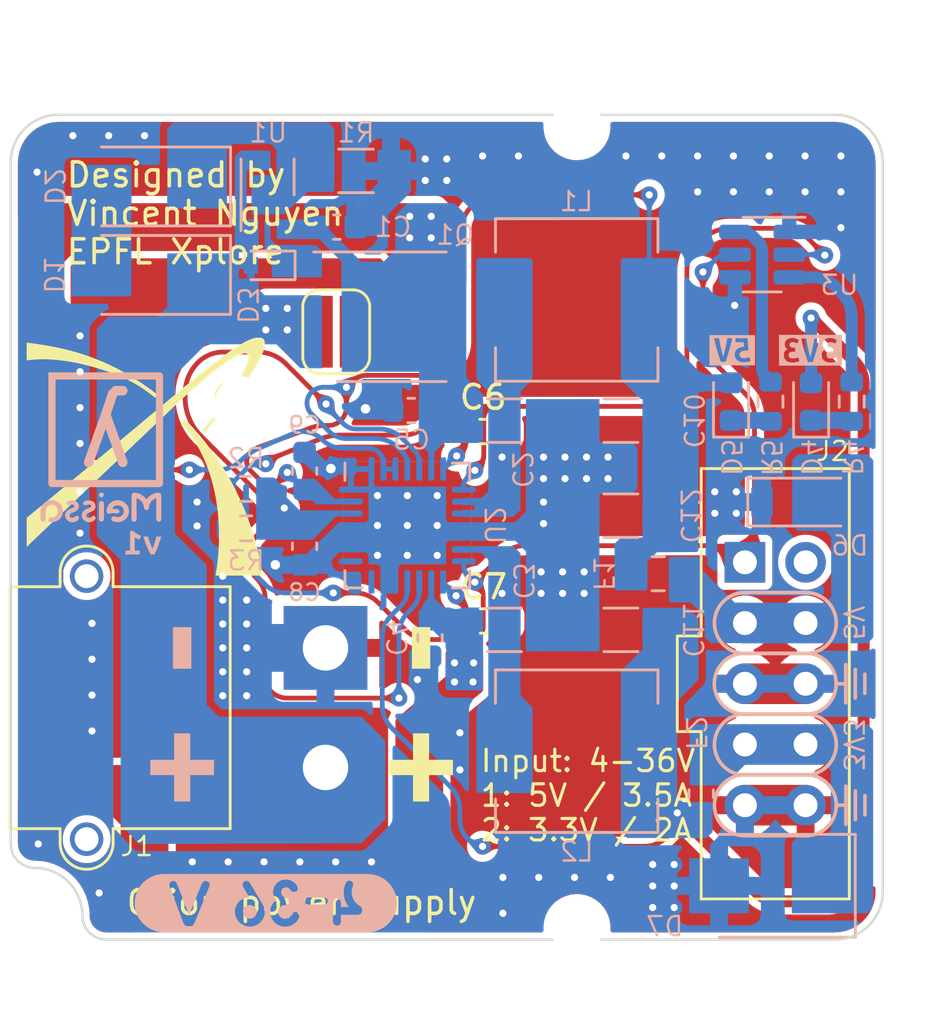
<source format=kicad_pcb>
(kicad_pcb (version 20211014) (generator pcbnew)
  (title_block (title "Orion Power Supply PCB (Meissa)") (company "EPFL Xplore") (comment 2 "Author: Vincent Nguyen"))
  (layers (0 "F.Cu" signal) (31 "B.Cu" signal) (34 "B.Paste" user) (35 "F.Paste" user) (36 "B.SilkS" user "B.Silkscreen") (37 "F.SilkS" user "F.Silkscreen") (38 "B.Mask" user) (39 "F.Mask" user) (44 "Edge.Cuts" user))
  (net 0 "")
  (net 1 "VBIAS")
  (net 2 "GND")
  (net 3 "/LTC_VSS")
  (net 4 "/D2")
  (net 5 "/LED_CAT_5V")
  (net 6 "/D1")
  (net 7 "/LED_CAT_3V3")
  (net 8 "/PGOOD2_3V3")
  (net 9 "/PGOOD1_5V")
  (net 10 "VDD")
  (net 11 "/OUT1_5V")
  (net 12 "/BST1")
  (net 13 "/LX1")
  (net 14 "/LX2")
  (net 15 "/BST2")
  (net 16 "/OUT2_3V3")
  (net 19 "/LTC_G")
  (net 20 "VIN")
  (net 21 "+5V")
  (net 22 "+3.3V")
  (net 23 "/SMA_A")
  (footprint "Capacitor_SMD:C_0603_1608Metric_Pad1.08x0.95mm_HandSolder" (layer "F.Cu") (at 104.275 72.45)
    (fp_text reference "C7")
    (fp_text value "100nF")
  )
  (footprint "kibuzzard-63491F09" (layer "F.Cu") (at 101.65 73.575 -90)
    (fp_text reference "kibuzzard-63491F09" hide)
    (fp_text value "G***" hide)
  )
  (footprint "0_graphic:Xplore_Logo_X_only_10mm" (layer "F.Cu") (at 90.125 65.575)
    (fp_text reference "G1" hide)
    (fp_text value "Xplore_Logo" hide)
  )
  (footprint "MountingHole:MountingHole_2.2mm_M2" (layer "F.Cu") (at 108.175 85.275)
    (fp_text reference "REF**" hide)
    (fp_text value "MountingHole_2.2mm_M2")
  )
  (footprint "0_various:Jumper_wide" (layer "F.Cu") (at 98.1 60.35)
    (fp_text reference "JP1" hide)
    (fp_text value "REV_PROT_DISABLE")
  )
  (footprint "kibuzzard-63491EED" (layer "F.Cu") (at 101.65 78.575)
    (fp_text reference "kibuzzard-63491EED" hide)
    (fp_text value "G***" hide)
  )
  (footprint "0_connectors:SFH11-PBPC-D05-ST-BK" (layer "F.Cu") (at 116.474999 75.075 -90)
    (fp_text reference "J2")
    (fp_text value "02x05 2.54mm female sockets")
  )
  (footprint "0_connectors:AMASS_XT30PW-M_1x02_P2.50mm_Horizontal" (layer "F.Cu") (at 97.65 73.575 90)
    (fp_text reference "J1")
    (fp_text value "XT30PW-M/Terminal block")
  )
  (footprint "Capacitor_SMD:C_0603_1608Metric_Pad1.08x0.95mm_HandSolder" (layer "F.Cu") (at 104.25 64.525)
    (fp_text reference "C6")
    (fp_text value "100nF")
  )
  (footprint "MountingHole:MountingHole_2.2mm_M2" (layer "F.Cu") (at 94.124999 63.325)
    (fp_text reference "H1" hide)
    (fp_text value "MountingHole")
  )
  (footprint "MountingHole:MountingHole_2.2mm_M2" (layer "F.Cu") (at 108.175 51.775)
    (fp_text reference "REF**" hide)
    (fp_text value "MountingHole_2.2mm_M2")
  )
  (footprint "kibuzzard-6349252F" (layer "B.Cu") (at 88.25 67.7 180)
    (fp_text reference "kibuzzard-6349252F" hide)
    (fp_text value "G***" hide)
  )
  (footprint "Capacitor_SMD:C_0603_1608Metric" (layer "B.Cu") (at 96.775 69.325 -90)
    (fp_text reference "C8")
    (fp_text value "4.7uF")
  )
  (footprint "Resistor_SMD:R_0603_1608Metric" (layer "B.Cu") (at 116.275 63.275 -90)
    (fp_text reference "R5")
    (fp_text value "590R")
  )
  (footprint "kibuzzard-63491EED" (layer "B.Cu") (at 91.65 78.575 180)
    (fp_text reference "kibuzzard-63491EED" hide)
    (fp_text value "G***" hide)
  )
  (footprint "Fuse:Fuse_0603_1608Metric" (layer "B.Cu") (at 113.375 79.675 90)
    (fp_text reference "F2")
    (fp_text value "0603L100SLYR")
  )
  (footprint "Resistor_SMD:R_0603_1608Metric" (layer "B.Cu") (at 94.325 66.925 180)
    (fp_text reference "R2")
    (fp_text value "10k")
  )
  (footprint "Resistor_SMD:R_0603_1608Metric" (layer "B.Cu") (at 119.675 63.275 -90)
    (fp_text reference "R4")
    (fp_text value "240R")
  )
  (footprint "kibuzzard-634922CB" (layer "B.Cu") (at 117.95 61.125 180)
    (fp_text reference "kibuzzard-634922CB" hide)
    (fp_text value "G***" hide)
  )
  (footprint "Diode_SMD:D_SMB" (layer "B.Cu") (at 116.275 83.525 180)
    (fp_text reference "D7")
    (fp_text value "SMBJ3V3-E3/5B")
  )
  (footprint "Capacitor_SMD:C_1206_3216Metric" (layer "B.Cu") (at 105.14 64.070001)
    (fp_text reference "C2")
    (fp_text value "4.7uF")
  )
  (footprint "kibuzzard-63492A8F" (layer "B.Cu") (at 90.025 69.175 180)
    (fp_text reference "kibuzzard-63492A8F" hide)
    (fp_text value "G***" hide)
  )
  (footprint "Resistor_SMD:R_0603_1608Metric" (layer "B.Cu") (at 94.325 68.575 180)
    (fp_text reference "R3")
    (fp_text value "10k")
  )
  (footprint "Capacitor_SMD:C_1206_3216Metric" (layer "B.Cu") (at 110.015 72.820002 180)
    (fp_text reference "C11")
    (fp_text value "22uF")
  )
  (footprint "Package_DFN_QFN:DFN-6-1EP_3x2mm_P0.5mm_EP1.65x1.35mm" (layer "B.Cu") (at 95.225 54.625 90)
    (fp_text reference "U1")
    (fp_text value "LTC4359HDCB#TRPBF")
  )
  (footprint "Diode_SMD:D_SMA" (layer "B.Cu") (at 90.275 54.275 180)
    (fp_text reference "D2")
    (fp_text value "SMAJ24CA-TP")
  )
  (footprint "Diode_SMD:D_SMA" (layer "B.Cu") (at 90.275 57.975 180)
    (fp_text reference "D1")
    (fp_text value "SMAJ70A-13-F")
  )
  (footprint "Capacitor_SMD:C_0603_1608Metric" (layer "B.Cu") (at 96.775 66.175 -90)
    (fp_text reference "C9")
    (fp_text value "2.2uF")
  )
  (footprint "Capacitor_SMD:C_1206_3216Metric" (layer "B.Cu") (at 105.14 72.820001)
    (fp_text reference "C3")
    (fp_text value "4.7uF")
  )
  (footprint "Package_DFN_QFN:TQFN-28-1EP_5x5mm_P0.5mm_EP3.25x3.25mm_ThermalVias" (layer "B.Cu") (at 101.075 68.454997 -90)
    (fp_text reference "U2")
    (fp_text value "MAX20457ATIC/VY+T")
  )
  (footprint "Diode_SMD:D_SOD-523" (layer "B.Cu") (at 95.225 57.575 180)
    (fp_text reference "D3")
    (fp_text value "BZT52C12TQ-7-F")
  )
  (footprint "Package_DFN_QFN:AO_DFN-8-1EP_5.55x5.2mm_P1.27mm_EP4.12x4.6mm" (layer "B.Cu") (at 99.925 59.725)
    (fp_text reference "Q1")
    (fp_text value "AON6268")
  )
  (footprint "Capacitor_SMD:C_0603_1608Metric" (layer "B.Cu") (at 102.025 73.15 -90)
    (fp_text reference "C4")
    (fp_text value "100nF")
  )
  (footprint "Fuse:Fuse_0805_2012Metric" (layer "B.Cu") (at 111.575 70.475)
    (fp_text reference "F1")
    (fp_text value "0805L150SLYR")
  )
  (footprint "Capacitor_SMD:C_0603_1608Metric" (layer "B.Cu") (at 98.125 55.975 180)
    (fp_text reference "C1")
    (fp_text value "2.2uF")
  )
  (footprint "Resistor_SMD:R_1206_3216Metric" (layer "B.Cu") (at 98.925 53.625 180)
    (fp_text reference "R1")
    (fp_text value "1k")
  )
  (footprint "Capacitor_SMD:C_1206_3216Metric" (layer "B.Cu") (at 110.015 68.045001 180)
    (fp_text reference "C12")
    (fp_text value "22uF")
  )
  (footprint "Package_TO_SOT_SMD:SOT-23-6" (layer "B.Cu") (at 115.925 57.125 180)
    (fp_text reference "U3")
    (fp_text value "DMN2004DMK-7")
  )
  (footprint "kibuzzard-634922C3" (layer "B.Cu") (at 114.675 61.125 180)
    (fp_text reference "kibuzzard-634922C3" hide)
    (fp_text value "G***" hide)
  )
  (footprint "0_inductor:0640CDMCCDS-2R2MC" (layer "B.Cu") (at 108.165 59.020001)
    (fp_text reference "L1")
    (fp_text value "2.2uH")
  )
  (footprint "kibuzzard-63491F09" (layer "B.Cu") (at 91.65 73.575 -90)
    (fp_text reference "kibuzzard-63491F09" hide)
    (fp_text value "G***" hide)
  )
  (footprint "Diode_SMD:D_SOD-123" (layer "B.Cu") (at 117.575 67.475)
    (fp_text reference "D6")
    (fp_text value "SMF5.0CA-TP")
  )
  (footprint "0_inductor:0640CDMCCDS-2R2MC" (layer "B.Cu") (at 108.165 77.895001)
    (fp_text reference "L2")
    (fp_text value "2.2uH")
  )
  (footprint "LED_SMD:LED_0603_1608Metric" (layer "B.Cu") (at 117.974999 63.275 90)
    (fp_text reference "D4")
    (fp_text value "GREEN")
  )
  (footprint "kibuzzard-63492016" (layer "B.Cu") (at 95.15 84.25 180)
    (fp_text reference "kibuzzard-63492016" hide)
    (fp_text value "G***" hide)
  )
  (footprint "Capacitor_SMD:C_0603_1608Metric" (layer "B.Cu") (at 101.24 63.645001 180)
    (fp_text reference "C5")
    (fp_text value "100nF")
  )
  (footprint "Capacitor_SMD:C_1206_3216Metric" (layer "B.Cu") (at 110.015 64.070001 180)
    (fp_text reference "C10")
    (fp_text value "22uF")
  )
  (footprint "LED_SMD:LED_0603_1608Metric" (layer "B.Cu") (at 114.625 63.275 90)
    (fp_text reference "D5")
    (fp_text value "GREEN")
  )
  (gr_line (start 117.754999 78.89) (end 115.204999 78.89) (layer "B.SilkS") (width 0.15))
  (gr_line (start 119.829999 80.755) (end 119.829999 79.555) (layer "B.SilkS") (width 0.15))
  (gr_line (start 117.75 76.35) (end 115.2 76.35) (layer "B.SilkS") (width 0.15))
  (gr_line (start 117.754999 73.81) (end 115.204999 73.81) (layer "B.SilkS") (width 0.15))
  (gr_line (start 117.754999 81.43) (end 115.204999 81.43) (layer "B.SilkS") (width 0.15))
  (gr_arc (start 115.204999 81.43) (mid 113.93 80.155) (end 115.204999 78.88) (layer "B.SilkS") (width 0.15))
  (gr_line (start 115.2 73.8) (end 117.75 73.8) (layer "B.SilkS") (width 0.15))
  (gr_line (start 119.025 75.075) (end 119.425 75.075) (layer "B.SilkS") (width 0.15))
  (gr_arc (start 117.75 73.8) (mid 119.025 75.075) (end 117.75 76.35) (layer "B.SilkS") (width 0.15))
  (gr_arc (start 115.2 76.35) (mid 113.925 75.075) (end 115.2 73.8) (layer "B.SilkS") (width 0.15))
  (gr_line (start 115.204999 76.34) (end 117.754999 76.34) (layer "B.SilkS") (width 0.15))
  (gr_line (start 115.204999 78.88) (end 117.754999 78.88) (layer "B.SilkS") (width 0.15))
  (gr_line (start 119.029999 80.155) (end 119.429999 80.155) (layer "B.SilkS") (width 0.15))
  (gr_line (start 120.225 75.475) (end 120.225 74.675) (layer "B.SilkS") (width 0.15))
  (gr_arc (start 115.204999 73.81) (mid 113.93 72.535) (end 115.204999 71.26) (layer "B.SilkS") (width 0.15))
  (gr_line (start 119.429999 80.955) (end 119.429999 79.355) (layer "B.SilkS") (width 0.15))
  (gr_rect (start 90.7 62.2) (end 86.2 66.7) (layer "B.SilkS") (width 0.3) (fill none))
  (gr_line (start 119.425 75.875) (end 119.425 74.275) (layer "B.SilkS") (width 0.15))
  (gr_arc (start 117.754999 71.26) (mid 119.03 72.535) (end 117.754999 73.81) (layer "B.SilkS") (width 0.15))
  (gr_arc (start 117.754999 78.88) (mid 119.03 80.155) (end 117.754999 81.43) (layer "B.SilkS") (width 0.15))
  (gr_line (start 115.204999 71.26) (end 117.754999 71.26) (layer "B.SilkS") (width 0.15))
  (gr_line (start 119.825 75.675) (end 119.825 74.475) (layer "B.SilkS") (width 0.15))
  (gr_line (start 120.229999 80.555) (end 120.229999 79.755) (layer "B.SilkS") (width 0.15))
  (gr_arc (start 115.204999 78.89) (mid 113.93 77.615) (end 115.204999 76.34) (layer "B.SilkS") (width 0.15))
  (gr_arc (start 117.754999 76.34) (mid 119.03 77.615) (end 117.754999 78.89) (layer "B.SilkS") (width 0.15))
  (gr_line (start 120.975001 83.774999) (end 120.975 53.275) (layer "Edge.Cuts") (width 0.1))
  (gr_line (start 84.474999 53.275001) (end 84.474999 81.774999) (layer "Edge.Cuts") (width 0.1))
  (gr_arc (start 84.474999 53.275001) (mid 85.060785 51.860786) (end 86.475 51.275) (layer "Edge.Cuts") (width 0.1))
  (gr_arc (start 85.474999 82.774999) (mid 84.767893 82.482105) (end 84.474999 81.774999) (layer "Edge.Cuts") (width 0.1))
  (gr_line (start 88.475 85.775) (end 109.375 85.775) (layer "Edge.Cuts") (width 0.1))
  (gr_arc (start 120.975001 83.774999) (mid 120.389215 85.189214) (end 118.975 85.775) (layer "Edge.Cuts") (width 0.1))
  (gr_arc (start 118.974999 51.274999) (mid 120.389214 51.860785) (end 120.975 53.275) (layer "Edge.Cuts") (width 0.1))
  (gr_arc (start 88.475 85.775) (mid 87.767893 85.482107) (end 87.475 84.775) (layer "Edge.Cuts") (width 0.1))
  (gr_line (start 109.375 85.775) (end 118.975 85.775) (layer "Edge.Cuts") (width 0.1))
  (gr_arc (start 85.474999 82.774999) (mid 86.889214 83.360785) (end 87.475 84.775) (layer "Edge.Cuts") (width 0.1))
  (gr_line (start 109.375 51.275) (end 118.974999 51.274999) (layer "Edge.Cuts") (width 0.1))
  (gr_line (start 109.375 51.275) (end 86.475 51.275) (layer "Edge.Cuts") (width 0.1))
  (gr_text "5V" (at 119.744999 72.535 270) (layer "B.SilkS") (effects (font (size 0.8 0.8) (thickness 0.1)) (justify mirror)))
  (gr_text "λ" (at 88.45 64.45) (layer "B.SilkS") (effects (font (size 3 3) (thickness 0.4)) (justify mirror)))
  (gr_text "3V3" (at 119.744999 77.615 270) (layer "B.SilkS") (effects (font (size 0.8 0.8) (thickness 0.1)) (justify mirror)))
  (gr_text "Orion power supply" (at 96.65 84.225) (layer "F.SilkS") (effects (font (size 1 1))))
  (gr_text "Input: 4-36V\n1: 5V / 3.5A\n2: 3.3V / 2A" (at 104.075 79.75) (layer "F.SilkS") (effects (font (size 0.9 0.9) (thickness 0.13)) (justify left)))
  (gr_text "Designed by \nVincent Nguyen\nEPFL Xplore" (at 86.725 55.4) (layer "F.SilkS") (effects (font (size 1 1)) (justify left)))
  (segment (start 91.775 63.113739) (end 91.775 62.933861) (width 0.2) (layer "F.Cu") (net 1))
  (segment (start 100.725 75.675) (end 96.041877 75.675) (width 0.2) (layer "F.Cu") (net 1))
  (segment (start 94.811725 61.2) (end 93.369973 61.2) (width 0.2) (layer "F.Cu") (net 1))
  (segment (start 94.813908 68.836091) (end 95.925 67.725) (width 0.2) (layer "F.Cu") (net 1))
  (segment (start 95.986684 61.686684) (end 97.675 63.375) (width 0.2) (layer "F.Cu") (net 1))
  (segment (start 95.925 67.725) (end 95.6875 67.725) (width 0.2) (layer "F.Cu") (net 1))
  (segment (start 94.425 69.830025) (end 94.425 69.775) (width 0.2) (layer "F.Cu") (net 1))
  (segment (start 92.437037 64.712037) (end 95.282062 67.557062) (width 0.2) (layer "F.Cu") (net 1))
  (segment (start 95.125 74.79939) (end 95.125 71.519974) (width 0.2) (layer "F.Cu") (net 1))
  (via (at 95.925 67.725) (size 0.7) (drill 0.3) (layers "F.Cu" "B.Cu") (net 1))
  (via (at 97.675 63.375) (size 0.7) (drill 0.3) (layers "F.Cu" "B.Cu") (net 1))
  (via (at 100.725 75.675) (size 0.7) (drill 0.3) (layers "F.Cu" "B.Cu") (net 1))
  (arc (start 93.369973 61.2) (mid 92.797193 61.313933) (end 92.311597 61.638402) (width 0.2) (layer "F.Cu") (net 1))
  (arc (start 92.311597 61.638402) (mid 91.914457 62.232763) (end 91.775 62.933861) (width 0.2) (layer "F.Cu") (net 1))
  (arc (start 94.425 69.775) (mid 94.526073 69.266866) (end 94.813908 68.836091) (width 0.2) (layer "F.Cu") (net 1))
  (arc (start 94.775 70.675) (mid 94.515962 70.287322) (end 94.425 69.830025) (width 0.2) (layer "F.Cu") (net 1))
  (arc (start 95.125 74.79939) (mid 95.189432 75.123312) (end 95.372901 75.397901) (width 0.2) (layer "F.Cu") (net 1))
  (arc (start 95.372901 75.397901) (mid 95.67983 75.602984) (end 96.041877 75.675) (width 0.2) (layer "F.Cu") (net 1))
  (arc (start 95.125 71.519974) (mid 95.034037 71.062677) (end 94.775 70.675) (width 0.2) (layer "F.Cu") (net 1))
  (arc (start 95.986684 61.686684) (mid 95.447608 61.326485) (end 94.811725 61.2) (width 0.2) (layer "F.Cu") (net 1))
  (arc (start 91.775 63.113739) (mid 91.947058 63.978732) (end 92.437037 64.712037) (width 0.2) (layer "F.Cu") (net 1))
  (arc (start 95.282062 67.557062) (mid 95.468078 67.681354) (end 95.6875 67.725) (width 0.2) (layer "F.Cu") (net 1))
  (segment (start 97.952499 63.752499) (end 98.3975 64.1975) (width 0.2) (layer "B.Cu") (net 1))
  (segment (start 100.866084 64.818449) (end 101.375195 65.32756) (width 0.2) (layer "B.Cu") (net 1))
  (segment (start 97.675 63.375) (end 97.675 63.425) (width 0.2) (layer "B.Cu") (net 1))
  (segment (start 101.295678 71.886859) (end 101.123448 72.059089) (width 0.2) (layer "B.Cu") (net 1))
  (segment (start 99.904145 64.420001) (end 98.934664 64.420001) (width 0.2) (layer "B.Cu") (net 1))
  (segment (start 101.575 71.212517) (end 101.575 70.817497) (width 0.2) (layer "B.Cu") (net 1))
  (segment (start 100.725 75.675) (end 100.725 73.021028) (width 0.2) (layer "B.Cu") (net 1))
  (segment (start 101.575 65.809931) (end 101.575 66.092497) (width 0.2) (layer "B.Cu") (net 1))
  (segment (start 97.952499 63.752499) (end 97.710355 63.510355) (width 0.2) (layer "B.Cu") (net 1))
  (arc (start 97.675 63.425) (mid 97.684188 63.471193) (end 97.710355 63.510355) (width 0.2) (layer "B.Cu") (net 1))
  (arc (start 100.866084 64.818449) (mid 100.424742 64.523554) (end 99.904145 64.420001) (width 0.2) (layer "B.Cu") (net 1))
  (arc (start 101.375195 65.32756) (mid 101.523072 65.548873) (end 101.575 65.809931) (width 0.2) (layer "B.Cu") (net 1))
  (arc (start 101.123448 72.059089) (mid 100.828553 72.50043) (end 100.725 73.021028) (width 0.2) (layer "B.Cu") (net 1))
  (arc (start 101.575 71.212517) (mid 101.502406 71.577468) (end 101.295678 71.886859) (width 0.2) (layer "B.Cu") (net 1))
  (arc (start 98.3975 64.1975) (mid 98.643953 64.362174) (end 98.934664 64.420001) (width 0.2) (layer "B.Cu") (net 1))
  (segment (start 115.204999 80.155) (end 117.744999 80.155) (width 1.7) (layer "F.Cu") (net 2))
  (segment (start 115.204999 75.075) (end 117.744999 75.075) (width 1.7) (layer "F.Cu") (net 2))
  (via (at 87.375 60.525) (size 0.7) (drill 0.3) (layers "F.Cu" "B.Cu") (net 2))
  (via (at 106.775 67.475) (size 0.7) (drill 0.3) (layers "F.Cu" "B.Cu") (net 2))
  (via (at 106.575 83.175) (size 0.7) (drill 0.3) (layers "F.Cu" "B.Cu") (net 2))
  (via (at 111.345 84.435) (size 0.7) (drill 0.3) (layers "F.Cu" "B.Cu") (net 2))
  (via (at 93.35 74.575) (size 0.7) (drill 0.3) (layers "F.Cu" "B.Cu") (net 2))
  (via (at 97.875 66.075) (size 0.8) (drill 0.4) (layers "F.Cu" "B.Cu") (net 2))
  (via (at 99.325 63.57612) (size 0.8) (drill 0.4) (layers "F.Cu" "B.Cu") (net 2))
  (via (at 108.075 83.175) (size 0.7) (drill 0.3) (layers "F.Cu" "B.Cu") (net 2))
  (via (at 117.725 53) (size 0.7) (drill 0.3) (layers "F.Cu" "B.Cu") (net 2))
  (via (at 112.245 84.435) (size 0.7) (drill 0.3) (layers "F.Cu" "B.Cu") (net 2))
  (via (at 87.375 62.025) (size 0.7) (drill 0.3) (layers "F.Cu" "B.Cu") (net 2))
  (via (at 112.245 82.635) (size 0.7) (drill 0.3) (layers "F.Cu" "B.Cu") (net 2))
  (via (at 87.875 72.55) (size 0.7) (drill 0.3) (layers "F.Cu" "B.Cu") (net 2))
  (via (at 113.225 54.5) (size 0.7) (drill 0.3) (layers "F.Cu" "B.Cu") (net 2))
  (via (at 106.675 71.295001) (size 0.7) (drill 0.3) (layers "F.Cu" "B.Cu") (net 2))
  (via (at 117.725 54.5) (size 0.7) (drill 0.3) (layers "F.Cu" "B.Cu") (net 2))
  (via (at 107.675 66.495001) (size 0.7) (drill 0.3) (layers "F.Cu" "B.Cu") (net 2))
  (via (at 104.225 53) (size 0.7) (drill 0.3) (layers "F.Cu" "B.Cu") (net 2))
  (via (at 92.075 82.525) (size 0.7) (drill 0.3) (layers "F.Cu" "B.Cu") (net 2))
  (via (at 113.945 67.945) (size 0.7) (drill 0.3) (layers "F.Cu" "B.Cu") (net 2))
  (via (at 95.075 82.525) (size 0.7) (drill 0.3) (layers "F.Cu" "B.Cu") (net 2))
  (via (at 94.35 71.575) (size 0.7) (drill 0.3) (layers "F.Cu" "B.Cu") (net 2))
  (via (at 93.35 72.575) (size 0.7) (drill 0.3) (layers "F.Cu" "B.Cu") (net 2))
  (via (at 113.945 67.045) (size 0.7) (drill 0.3) (layers "F.Cu" "B.Cu") (net 2))
  (via (at 87.075 52.15) (size 0.7) (drill 0.3) (layers "F.Cu" "B.Cu") (net 2))
  (via (at 103.275 77.125) (size 0.7) (drill 0.3) (layers "F.Cu" "B.Cu") (net 2))
  (via (at 119.225 53) (size 0.7) (drill 0.3) (layers "F.Cu" "B.Cu") (net 2))
  (via (at 88.575 52.15) (size 0.7) (drill 0.3) (layers "F.Cu" "B.Cu") (net 2))
  (via (at 93.35 73.575) (size 0.7) (drill 0.3) (layers "F.Cu" "B.Cu") (net 2))
  (via (at 119.225 56) (size 0.7) (drill 0.3) (layers "F.Cu" "B.Cu") (net 2))
  (via (at 110.225 53) (size 0.7) (drill 0.3) (layers "F.Cu" "B.Cu") (net 2))
  (via (at 95.55 70.1) (size 0.8) (drill 0.4) (layers "F.Cu" "B.Cu") (net 2))
  (via (at 87.375 63.525) (size 0.7) (drill 0.3) (layers "F.Cu" "B.Cu") (net 2))
  (via (at 87.875 75.55) (size 0.7) (drill 0.3) (layers "F.Cu" "B.Cu") (net 2))
  (via (at 99.575 82.525) (size 0.7) (drill 0.3) (layers "F.Cu" "B.Cu") (net 2))
  (via (at 87.375 65.025) (size 0.7) (drill 0.3) (layers "F.Cu" "B.Cu") (net 2))
  (via (at 114.725 54.5) (size 0.7) (drill 0.3) (layers "F.Cu" "B.Cu") (net 2))
  (via (at 101.825 54.025) (size 0.7) (drill 0.3) (layers "F.Cu" "B.Cu") (net 2))
  (via (at 88.175 83.825) (size 0.7) (drill 0.3) (layers "F.Cu" "B.Cu") (net 2))
  (via (at 90.075 52.15) (size 0.7) (drill 0.3) (layers "F.Cu" "B.Cu") (net 2))
  (via (at 85.575 53.675) (size 0.7) (drill 0.3) (layers "F.Cu" "B.Cu") (net 2))
  (via (at 92.275 68.475) (size 0.7) (drill 0.3) (layers "F.Cu" "B.Cu") (net 2))
  (via (at 105.725 53) (size 0.7) (drill 0.3) (layers "F.Cu" "B.Cu") (net 2))
  (via (at 114.845 67.945) (size 0.7) (drill 0.3) (layers "F.Cu" "B.Cu") (net 2))
  (via (at 116.225 54.5) (size 0.7) (drill 0.3) (layers "F.Cu" "B.Cu") (net 2))
  (via (at 87.875 77.05) (size 0.7) (drill 0.3) (layers "F.Cu" "B.Cu") (net 2))
  (via (at 114.775 59.25) (size 0.7) (drill 0.3) (layers "F.Cu" "B.Cu") (net 2))
  (via (at 94.35 72.575) (size 0.7) (drill 0.3) (layers "F.Cu" "B.Cu") (net 2))
  (via (at 87.375 68.775) (size 0.7) (drill 0.3) (layers "F.Cu" "B.Cu") (net 2))
  (via (at 107.575 71.295001) (size 0.7) (drill 0.3) (layers "F.Cu" "B.Cu") (net 2))
  (via (at 106.675 70.395001) (size 0.7) (drill 0.3) (layers "F.Cu" "B.Cu") (net 2))
  (via (at 114.725 53) (size 0.7) (drill 0.3) (layers "F.Cu" "B.Cu") (net 2))
  (via (at 98.075 82.525) (size 0.7) (drill 0.3) (layers "F.Cu" "B.Cu") (net 2))
  (via (at 112.245 83.535) (size 0.7) (drill 0.3) (layers "F.Cu" "B.Cu") (net 2))
  (via (at 111.345 83.535) (size 0.7) (drill 0.3) (layers "F.Cu" "B.Cu") (net 2))
  (via (at 106.775 66.495001) (size 0.7) (drill 0.3) (layers "F.Cu" "B.Cu") (net 2))
  (via (at 103.275 78.675) (size 0.7) (drill 0.3) (layers "F.Cu" "B.Cu") (net 2))
  (via (at 87.375 67.025) (size 0.7) (drill 0.3) (layers "F.Cu" "B.Cu") (net 2))
  (via (at 105.075 84.675) (size 0.7) (drill 0.3) (layers "F.Cu" "B.Cu") (net 2))
  (via (at 108.475 70.395001) (size 0.7) (drill 0.3) (layers "F.Cu" "B.Cu") (net 2))
  (via (at 108.575 65.595001) (size 0.7) (drill 0.3) (layers "F.Cu" "B.Cu") (net 2))
  (via (at 107.575 70.395001) (size 0.7) (drill 0.3) (layers "F.Cu" "B.Cu") (net 2))
  (via (at 107.675 65.595001) (size 0.7) (drill 0.3) (layers "F.Cu" "B.Cu") (net 2))
  (via (at 102.725 54.025) (size 0.7) (drill 0.3) (layers "F.Cu" "B.Cu") (net 2))
  (via (at 108.475 71.295001) (size 0.7) (drill 0.3) (layers "F.Cu" "B.Cu") (net 2))
  (via (at 96.575 82.525) (size 0.7) (drill 0.3) (layers "F.Cu" "B.Cu") (net 2))
  (via (at 94.35 75.575) (size 0.7) (drill 0.3) (layers "F.Cu" "B.Cu") (net 2))
  (via (at 93.35 70.575) (size 0.7) (drill 0.3) (layers "F.Cu" "B.Cu") (net 2))
  (via (at 93.35 71.575) (size 0.7) (drill 0.3) (layers "F.Cu" "B.Cu") (net 2))
  (via (at 93.575 82.525) (size 0.7) (drill 0.3) (layers "F.Cu" "B.Cu") (net 2))
  (via (at 106.775 68.375) (size 0.7) (drill 0.3) (layers "F.Cu" "B.Cu") (net 2))
  (via (at 111.725 53) (size 0.7) (drill 0.3) (layers "F.Cu" "B.Cu") (net 2))
  (via (at 109.575 83.175) (size 0.7) (drill 0.3) (layers "F.Cu" "B.Cu") (net 2))
  (via (at 92.275 67.475) (size 0.7) (drill 0.3) (layers "F.Cu" "B.Cu") (net 2))
  (via (at 105.075 83.175) (size 0.7) (drill 0.3) (layers "F.Cu" "B.Cu") (net 2))
  (via (at 116.225 53) (size 0.7) (drill 0.3) (layers "F.Cu" "B.Cu") (net 2))
  (via (at 111.345 82.635) (size 0.7) (drill 0.3) (layers "F.Cu" "B.Cu") (net 2))
  (via (at 109.475 65.595001) (size 0.7) (drill 0.3) (layers "F.Cu" "B.Cu") (net 2))
  (via (at 109.475 66.495001) (size 0.7) (drill 0.3) (layers "F.Cu" "B.Cu") (net 2))
  (via (at 106.775 65.595001) (size 0.7) (drill 0.3) (layers "F.Cu" "B.Cu") (net 2))
  (via (at 85.625 81.775) (size 0.7) (drill 0.3) (layers "F.Cu" "B.Cu") (net 2))
  (via (at 101.5 74.9) (size 0.7) (drill 0.3) (layers "F.Cu" "B.Cu") (net 2))
  (via (at 113.225 53) (size 0.7) (drill 0.3) (layers "F.Cu" "B.Cu") (net 2))
  (via (at 102.725 53.125) (size 0.7) (drill 0.3) (layers "F.Cu" "B.Cu") (net 2))
  (via (at 94.35 74.575) (size 0.7) (drill 0.3) (layers "F.Cu" "B.Cu") (net 2))
  (via (at 119.225 54.5) (size 0.7) (drill 0.3) (layers "F.Cu" "B.Cu") (net 2))
  (via (at 101.825 53.125) (size 0.7) (drill 0.3) (layers "F.Cu" "B.Cu") (net 2))
  (via (at 108.575 66.495001) (size 0.7) (drill 0.3) (layers "F.Cu" "B.Cu") (net 2))
  (via (at 87.875 74.05) (size 0.7) (drill 0.3) (layers "F.Cu" "B.Cu") (net 2))
  (via (at 93.35 75.575) (size 0.7) (drill 0.3) (layers "F.Cu" "B.Cu") (net 2))
  (via (at 94.35 73.575) (size 0.7) (drill 0.3) (layers "F.Cu" "B.Cu") (net 2))
  (via (at 114.845 67.045) (size 0.7) (drill 0.3) (layers "F.Cu" "B.Cu") (net 2))
  (segment (start 97.333578 65.933578) (end 96.808838 65.408838) (width 0.7) (layer "B.Cu") (net 2))
  (segment (start 97.675 66.075) (end 97.875 66.075) (width 0.7) (layer "B.Cu") (net 2))
  (segment (start 96.7875 65.4) (end 96.775 65.4) (width 0.7) (layer "B.Cu") (net 2))
  (segment (start 94.35 73.575) (end 97.65 73.575) (width 2) (layer "B.Cu") (net 2))
  (segment (start 95.55 70.1) (end 96.775 70.1) (width 0.7) (layer "B.Cu") (net 2))
  (arc (start 97.333578 65.933578) (mid 97.490223 66.038245) (end 97.675 66.075) (width 0.7) (layer "B.Cu") (net 2))
  (arc (start 96.808838 65.408838) (mid 96.799048 65.402296) (end 96.7875 65.4) (width 0.7) (layer "B.Cu") (net 2))
  (segment (start 115.762755 56.589227) (end 115.546881 56.373353) (width 0.5) (layer "B.Cu") (net 4))
  (segment (start 116.1 62.275) (end 116.275 62.45) (width 0.5) (layer "B.Cu") (net 4))
  (segment (start 115.068014 56.175) (end 114.7875 56.175) (width 0.5) (layer "B.Cu") (net 4))
  (segment (start 115.925 61.852512) (end 115.925 56.980922) (width 0.5) (layer "B.Cu") (net 4))
  (arc (start 115.925 61.852512) (mid 115.970481 62.08116) (end 116.1 62.275) (width 0.5) (layer "B.Cu") (net 4))
  (arc (start 115.762755 56.589227) (mid 115.882834 56.768938) (end 115.925 56.980922) (width 0.5) (layer "B.Cu") (net 4))
  (arc (start 115.546881 56.373353) (mid 115.327175 56.22655) (end 115.068014 56.175) (width 0.5) (layer "B.Cu") (net 4))
  (segment (start 116.210983 64.0625) (end 114.625 64.0625) (width 0.7) (layer "B.Cu") (net 5))
  (segment (start 116.25625 64.08125) (end 116.275 64.1) (width 0.7) (layer "B.Cu") (net 5))
  (arc (start 116.25625 64.08125) (mid 116.235481 64.067372) (end 116.210983 64.0625) (width 0.7) (layer "B.Cu") (net 5))
  (segment (start 118.036509 58.075) (end 117.0625 58.075) (width 0.5) (layer "B.Cu") (net 6))
  (segment (start 118.998448 58.473448) (end 119.276551 58.751551) (width 0.5) (layer "B.Cu") (net 6))
  (segment (start 119.675 59.71349) (end 119.675 62.45) (width 0.5) (layer "B.Cu") (net 6))
  (arc (start 118.998448 58.473448) (mid 118.557106 58.178553) (end 118.036509 58.075) (width 0.5) (layer "B.Cu") (net 6))
  (arc (start 119.276551 58.751551) (mid 119.571446 59.192892) (end 119.675 59.71349) (width 0.5) (layer "B.Cu") (net 6))
  (segment (start 119.610983 64.0625) (end 117.974999 64.0625) (width 0.7) (layer "B.Cu") (net 7))
  (segment (start 119.65625 64.08125) (end 119.675 64.1) (width 0.7) (layer "B.Cu") (net 7))
  (arc (start 119.65625 64.08125) (mid 119.635481 64.067372) (end 119.610983 64.0625) (width 0.7) (layer "B.Cu") (net 7))
  (segment (start 99.848448 71.673448) (end 101.001551 72.826551) (width 0.2) (layer "F.Cu") (net 8))
  (segment (start 114.582365 69.832365) (end 114.3975 69.6475) (width 0.2) (layer "F.Cu") (net 8))
  (segment (start 103.724999 73.225) (end 101.96349 73.225) (width 0.2) (layer "F.Cu") (net 8))
  (segment (start 104.25 71.422487) (end 104.25 72.699999) (width 0.2) (layer "F.Cu") (net 8))
  (segment (start 105.98849 69.3) (end 113.55856 69.3) (width 0.2) (layer "F.Cu") (net 8))
  (segment (start 115.60614 63.89463) (end 115.60614 69.310209) (width 0.2) (layer "F.Cu") (net 8))
  (segment (start 98.886509 71.275) (end 97.975 71.275) (width 0.2) (layer "F.Cu") (net 8))
  (segment (start 105.026551 69.698448) (end 103.9 70.825) (width 0.2) (layer "F.Cu") (net 8))
  (segment (start 113.848448 61.573448) (end 115.207691 62.932691) (width 0.2) (layer "F.Cu") (net 8))
  (segment (start 115.405569 69.794429) (end 115.367633 69.832365) (width 0.2) (layer "F.Cu") (net 8))
  (segment (start 104.075 71) (end 103.9 70.825) (width 0.2) (layer "F.Cu") (net 8))
  (segment (start 113.45 60.611509) (end 113.45 57.85) (width 0.2) (layer "F.Cu") (net 8))
  (via (at 97.975 71.275) (size 0.7) (drill 0.3) (layers "F.Cu" "B.Cu") (net 8))
  (via (at 103.9 70.825) (size 0.7) (drill 0.3) (layers "F.Cu" "B.Cu") (net 8))
  (via (at 113.45 57.85) (size 0.7) (drill 0.3) (layers "F.Cu" "B.Cu") (net 8))
  (arc (start 104.096231 73.071231) (mid 103.925908 73.185036) (end 103.724999 73.225) (width 0.2) (layer "F.Cu") (net 8))
  (arc (start 104.25 72.699999) (mid 104.210036 72.900908) (end 104.096231 73.071231) (width 0.2) (layer "F.Cu") (net 8))
  (arc (start 101.001551 72.826551) (mid 101.442892 73.121446) (end 101.96349 73.225) (width 0.2) (layer "F.Cu") (net 8))
  (arc (start 99.848448 71.673448) (mid 99.407106 71.378553) (end 98.886509 71.275) (width 0.2) (layer "F.Cu") (net 8))
  (arc (start 104.075 71) (mid 104.204518 71.193838) (end 104.25 71.422487) (width 0.2) (layer "F.Cu") (net 8))
  (arc (start 105.98849 69.3) (mid 105.467892 69.403553) (end 105.026551 69.698448) (width 0.2) (layer "F.Cu") (net 8))
  (arc (start 114.582365 69.832365) (mid 114.762507 69.952732) (end 114.974999 69.995) (width 0.2) (layer "F.Cu") (net 8))
  (arc (start 114.3975 69.6475) (mid 114.012591 69.390312) (end 113.55856 69.3) (width 0.2) (layer "F.Cu") (net 8))
  (arc (start 113.45 60.611509) (mid 113.553553 61.132106) (end 113.848448 61.573448) (width 0.2) (layer "F.Cu") (net 8))
  (arc (start 115.207691 62.932691) (mid 115.502586 63.374032) (end 115.60614 63.89463) (width 0.2) (layer "F.Cu") (net 8))
  (arc (start 115.367633 69.832365) (mid 115.187491 69.952732) (end 114.974999 69.995) (width 0.2) (layer "F.Cu") (net 8))
  (arc (start 115.60614 69.310209) (mid 115.554013 69.572267) (end 115.405569 69.794429) (width 0.2) (layer "F.Cu") (net 8))
  (segment (start 103.581574 70.506574) (end 103.9 70.825) (width 0.2) (layer "B.Cu") (net 8))
  (segment (start 93.756326 69.556326) (end 95.025 70.825) (width 0.2) (layer "B.Cu") (net 8))
  (segment (start 113.958448 57.341551) (end 113.45 57.85) (width 0.2) (layer "B.Cu") (net 8))
  (segment (start 103.4375 70.158748) (end 103.4375 69.954997) (width 0.2) (layer "B.Cu") (net 8))
  (segment (start 97.975 71.275) (end 95.978227 71.275) (width 0.2) (layer "B.Cu") (net 8))
  (segment (start 114.48125 57.125) (end 114.7875 57.125) (width 0.2) (layer "B.Cu") (net 8))
  (segment (start 93.5 68.9375) (end 93.5 68.575) (width 0.2) (layer "B.Cu") (net 8))
  (segment (start 95.025 70.825) (end 95.119165 70.919165) (width 0.2) (layer "B.Cu") (net 8))
  (arc (start 93.5 68.9375) (mid 93.566616 69.272406) (end 93.756326 69.556326) (width 0.2) (layer "B.Cu") (net 8))
  (arc (start 114.48125 57.125) (mid 114.198311 57.181279) (end 113.958448 57.341551) (width 0.2) (layer "B.Cu") (net 8))
  (arc (start 95.119165 70.919165) (mid 95.513306 71.182522) (end 95.978227 71.275) (width 0.2) (layer "B.Cu") (net 8))
  (arc (start 103.4375 70.158748) (mid 103.474943 70.34699) (end 103.581574 70.506574) (width 0.2) (layer "B.Cu") (net 8))
  (segment (start 112.775 62.011509) (end 112.775 57.826663) (width 0.2) (layer "F.Cu") (net 9))
  (segment (start 116.861509 56.025) (end 114.607181 56.025) (width 0.2) (layer "F.Cu") (net 9))
  (segment (start 98.276572 64.675) (end 100.911509 64.675) (width 0.2) (layer "F.Cu") (net 9))
  (segment (start 95.183838 65.866161) (end 95.4 65.65) (width 0.2) (layer "F.Cu") (net 9))
  (segment (start 104.225 63.475) (end 104.774999 63.475) (width 0.2) (layer "F.Cu") (net 9))
  (segment (start 95.15 65.875) (end 95.1625 65.875) (width 0.2) (layer "F.Cu") (net 9))
  (segment (start 104.275 65.509834) (end 104.275 63.974999) (width 0.2) (layer "F.Cu") (net 9))
  (segment (start 95.4 65.65) (end 97.416172 64.841152) (width 0.2) (layer "F.Cu") (net 9))
  (segment (start 112.376551 62.973447) (end 112.273448 63.076551) (width 0.2) (layer "F.Cu") (net 9))
  (segment (start 102.276551 63.873447) (end 101.873448 64.276551) (width 0.2) (layer "F.Cu") (net 9))
  (segment (start 117.823448 56.423448) (end 118.55 57.15) (width 0.2) (layer "F.Cu") (net 9))
  (segment (start 104.275 63.525) (end 104.225 63.475) (width 0.2) (layer "F.Cu") (net 9))
  (segment (start 113.357263 56.542736) (end 113.27115 56.628849) (width 0.2) (layer "F.Cu") (net 9))
  (segment (start 104.0875 65.9625) (end 103.9 66.15) (width 0.2) (layer "F.Cu") (net 9))
  (segment (start 103.689214 63.475) (end 104.225 63.475) (width 0.2) (layer "F.Cu") (net 9))
  (segment (start 111.311509 63.475) (end 104.774999 63.475) (width 0.2) (layer "F.Cu") (net 9))
  (segment (start 104.275 63.974999) (end 104.275 63.525) (width 0.2) (layer "F.Cu") (net 9))
  (segment (start 103.23849 63.475) (end 103.689214 63.475) (width 0.2) (layer "F.Cu") (net 9))
  (via (at 118.55 57.15) (size 0.7) (drill 0.3) (layers "F.Cu" "B.Cu") (net 9))
  (via (at 95.15 65.875) (size 0.7) (drill 0.3) (layers "F.Cu" "B.Cu") (net 9))
  (via (at 103.9 66.15) (size 0.7) (drill 0.3) (layers "F.Cu" "B.Cu") (net 9))
  (arc (start 114.607181 56.025) (mid 113.930729 56.159555) (end 113.357263 56.542736) (width 0.2) (layer "F.Cu") (net 9))
  (arc (start 113.27115 56.628849) (mid 112.903945 57.178411) (end 112.775 57.826663) (width 0.2) (layer "F.Cu") (net 9))
  (arc (start 112.273448 63.076551) (mid 111.832106 63.371446) (end 111.311509 63.475) (width 0.2) (layer "F.Cu") (net 9))
  (arc (start 95.183838 65.866161) (mid 95.174048 65.872702) (end 95.1625 65.875) (width 0.2) (layer "F.Cu") (net 9))
  (arc (start 104.275 63.974999) (mid 104.103427 63.621446) (end 103.689214 63.475) (width 0.2) (layer "F.Cu") (net 9))
  (arc (start 104.275 65.509834) (mid 104.22627 65.754815) (end 104.0875 65.9625) (width 0.2) (layer "F.Cu") (net 9))
  (arc (start 103.23849 63.475) (mid 102.717892 63.578552) (end 102.276551 63.873447) (width 0.2) (layer "F.Cu") (net 9))
  (arc (start 117.823448 56.423448) (mid 117.382106 56.128553) (end 116.861509 56.025) (width 0.2) (layer "F.Cu") (net 9))
  (arc (start 97.416172 64.841152) (mid 97.838424 64.716919) (end 98.276572 64.675) (width 0.2) (layer "F.Cu") (net 9))
  (arc (start 101.873448 64.276551) (mid 101.432106 64.571446) (end 100.911509 64.675) (width 0.2) (layer "F.Cu") (net 9))
  (arc (start 104.774999 63.475) (mid 104.421446 63.621446) (end 104.275 63.974999) (width 0.2) (layer "F.Cu") (net 9))
  (arc (start 112.775 62.011509) (mid 112.671446 62.532106) (end 112.376551 62.973447) (width 0.2) (layer "F.Cu") (net 9))
  (segment (start 94.337867 66.087132) (end 93.5 66.925) (width 0.2) (layer "B.Cu") (net 9))
  (segment (start 103.4375 66.783748) (end 103.4375 66.954997) (width 0.2) (layer "B.Cu") (net 9))
  (segment (start 118.55 57.15) (end 118.5375 57.1375) (width 0.2) (layer "B.Cu") (net 9))
  (segment (start 94.85 65.875) (end 95.15 65.875) (width 0.2) (layer "B.Cu") (net 9))
  (segment (start 118.507322 57.125) (end 117.0625 57.125) (width 0.2) (layer "B.Cu") (net 9))
  (segment (start 103.55859 66.491409) (end 103.9 66.15) (width 0.2) (layer "B.Cu") (net 9))
  (arc (start 118.5375 57.1375) (mid 118.523654 57.128248) (end 118.507322 57.125) (width 0.2) (layer "B.Cu") (net 9))
  (arc (start 103.55859 66.491409) (mid 103.46897 66.625535) (end 103.4375 66.783748) (width 0.2) (layer "B.Cu") (net 9))
  (arc (start 94.85 65.875) (mid 94.572835 65.930131) (end 94.337867 66.087132) (width 0.2) (layer "B.Cu") (net 9))
  (segment (start 91.95 66.125) (end 85.8 66.125) (width 0.2) (layer "F.Cu") (net 10))
  (via (at 103.825 75) (size 0.7) (drill 0.3) (layers "F.Cu" "B.Cu") (net 10))
  (via (at 101.175 56.425) (size 0.7) (drill 0.3) (layers "F.Cu" "B.Cu") (net 10))
  (via (at 103.05 74.2) (size 0.7) (drill 0.3) (layers "F.Cu" "B.Cu") (net 10))
  (via (at 102.075 55.525) (size 0.7) (drill 0.3) (layers "F.Cu" "B.Cu") (net 10))
  (via (at 102.075 56.425) (size 0.7) (drill 0.3) (layers "F.Cu" "B.Cu") (net 10))
  (via (at 103.85 74.2) (size 0.7) (drill 0.3) (layers "F.Cu" "B.Cu") (net 10))
  (via (at 103.05 75) (size 0.7) (drill 0.3) (layers "F.Cu" "B.Cu") (net 10))
  (via (at 101.175 55.525) (size 0.7) (drill 0.3) (layers "F.Cu" "B.Cu") (net 10))
  (via (at 91.95 66.125) (size 0.7) (drill 0.3) (layers "F.Cu" "B.Cu") (net 10))
  (segment (start 100.075 65.842421) (end 100.075 66.092497) (width 0.2) (layer "B.Cu") (net 10))
  (segment (start 99.898169 65.415514) (end 99.891327 65.408672) (width 0.2) (layer "B.Cu") (net 10))
  (segment (start 94.859247 65.227514) (end 96.318821 64.59949) (width 0.2) (layer "B.Cu") (net 10))
  (segment (start 93.161509 66.125) (end 91.95 66.125) (width 0.2) (layer "B.Cu") (net 10))
  (segment (start 100.075 66.092497) (end 100.575 66.092497) (width 0.2) (layer "B.Cu") (net 10))
  (segment (start 98.369974 65.225) (end 99.447902 65.225) (width 0.2) (layer "B.Cu") (net 10))
  (arc (start 94.123447 65.726551) (mid 93.682106 66.021446) (end 93.161509 66.125) (width 0.2) (layer "B.Cu") (net 10))
  (arc (start 94.123447 65.726551) (mid 94.467807 65.441917) (end 94.859247 65.227514) (width 0.2) (layer "B.Cu") (net 10))
  (arc (start 96.680025 64.525) (mid 96.495816 64.543816) (end 96.318821 64.59949) (width 0.2) (layer "B.Cu") (net 10))
  (arc (start 99.898169 65.415514) (mid 100.029043 65.61138) (end 100.075 65.842421) (width 0.2) (layer "B.Cu") (net 10))
  (arc (start 97.525 64.875) (mid 97.137322 64.615962) (end 96.680025 64.525) (width 0.2) (layer "B.Cu") (net 10))
  (arc (start 99.891327 65.408672) (mid 99.687882 65.272734) (end 99.447902 65.225) (width 0.2) (layer "B.Cu") (net 10))
  (arc (start 97.525 64.875) (mid 97.912677 65.134037) (end 98.369974 65.225) (width 0.2) (layer "B.Cu") (net 10))
  (segment (start 104.81349 54.625) (end 111.2 54.625) (width 0.2) (layer "F.Cu") (net 11))
  (segment (start 94.50026 66.15026) (end 94.864384 66.514384) (width 0.2) (layer "F.Cu") (net 11))
  (segment (start 98.775 62.425) (end 98.525 62.675) (width 0.2) (layer "F.Cu") (net 11))
  (segment (start 96.049503 66.236354) (end 96.044074 66.236354) (width 0.2) (layer "F.Cu") (net 11))
  (segment (start 98.525 63.506801) (end 98.525 62.675) (width 0.2) (layer "F.Cu") (net 11))
  (segment (start 102.951551 61.698447) (end 102.873448 61.776551) (width 0.2) (layer "F.Cu") (net 11))
  (segment (start 103.35 56.08849) (end 103.35 60.736509) (width 0.2) (layer "F.Cu") (net 11))
  (segment (start 103.748447 55.126551) (end 103.851551 55.023448) (width 0.2) (layer "F.Cu") (net 11))
  (segment (start 95.760615 66.514384) (end 96.034807 66.240192) (width 0.2) (layer "F.Cu") (net 11))
  (segment (start 94.920767 65.155172) (end 97.030024 64.375131) (width 0.2) (layer "F.Cu") (net 11))
  (segment (start 97.756801 64.275) (end 97.589457 64.275) (width 0.2) (layer "F.Cu") (net 11))
  (segment (start 94.50026 65.424739) (end 94.500675 65.424324) (width 0.2) (layer "F.Cu") (net 11))
  (segment (start 99.378553 62.175) (end 101.911509 62.175) (width 0.2) (layer "F.Cu") (net 11))
  (via (at 111.2 54.625) (size 0.7) (drill 0.3) (layers "F.Cu" "B.Cu") (net 11))
  (via (at 98.525 62.675) (size 0.7) (drill 0.3) (layers "F.Cu" "B.Cu") (net 11))
  (via (at 96.049503 66.236354) (size 0.7) (drill 0.3) (layers "F.Cu" "B.Cu") (net 11))
  (arc (start 98.3 64.05) (mid 98.050778 64.216524) (end 97.756801 64.275) (width 0.2) (layer "F.Cu") (net 11))
  (arc (start 98.525 63.506801) (mid 98.466524 63.800778) (end 98.3 64.05) (width 0.2) (layer "F.Cu") (net 11))
  (arc (start 102.873448 61.776551) (mid 102.432106 62.071446) (end 101.911509 62.175) (width 0.2) (layer "F.Cu") (net 11))
  (arc (start 94.920767 65.155172) (mid 94.696158 65.267018) (end 94.500675 65.424324) (width 0.2) (layer "F.Cu") (net 11))
  (arc (start 104.81349 54.625) (mid 104.292892 54.728553) (end 103.851551 55.023448) (width 0.2) (layer "F.Cu") (net 11))
  (arc (start 94.35 65.7875) (mid 94.389051 65.983824) (end 94.50026 66.15026) (width 0.2) (layer "F.Cu") (net 11))
  (arc (start 94.864384 66.514384) (mid 95.069981 66.651759) (end 95.3125 66.7) (width 0.2) (layer "F.Cu") (net 11))
  (arc (start 103.35 60.736509) (mid 103.246446 61.257106) (end 102.951551 61.698447) (width 0.2) (layer "F.Cu") (net 11))
  (arc (start 94.50026 65.424739) (mid 94.389051 65.591175) (end 94.35 65.7875) (width 0.2) (layer "F.Cu") (net 11))
  (arc (start 95.760615 66.514384) (mid 95.555018 66.651759) (end 95.3125 66.7) (width 0.2) (layer "F.Cu") (net 11))
  (arc (start 96.044074 66.236354) (mid 96.039058 66.237351) (end 96.034807 66.240192) (width 0.2) (layer "F.Cu") (net 11))
  (arc (start 97.030024 64.375131) (mid 97.305295 64.300231) (end 97.589457 64.275) (width 0.2) (layer "F.Cu") (net 11))
  (arc (start 99.378553 62.175) (mid 99.051912 62.239972) (end 98.775 62.425) (width 0.2) (layer "F.Cu") (net 11))
  (arc (start 103.748447 55.126551) (mid 103.453552 55.567892) (end 103.35 56.08849) (width 0.2) (layer "F.Cu") (net 11))
  (segment (start 112.674052 62.885948) (end 111.49 64.070001) (width 0.7) (layer "B.Cu") (net 11))
  (segment (start 111.195 59.015001) (end 111.19 59.020001) (width 0.2) (layer "B.Cu") (net 11))
  (segment (start 96.769074 66.95) (end 96.775 66.95) (width 0.2) (layer "B.Cu") (net 11))
  (segment (start 97.074999 62.874999) (end 97.058328 62.891671) (width 0.2) (layer "B.Cu") (net 11))
  (segment (start 101.075 65.842421) (end 101.075 66.092497) (width 0.2) (layer "B.Cu") (net 11))
  (segment (start 111.2 54.625) (end 111.2 59.002929) (width 0.2) (layer "B.Cu") (net 11))
  (segment (start 113.635991 62.4875) (end 114.625 62.4875) (width 0.7) (layer "B.Cu") (net 11))
  (segment (start 111.19 60.415) (end 111.19 59.020001) (width 0.7) (layer "B.Cu") (net 11))
  (segment (start 112.969607 62.194607) (end 111.19 60.415) (width 0.7) (layer "B.Cu") (net 11))
  (segment (start 97.058328 63.77686) (end 97.792081 64.510613) (width 0.2) (layer "B.Cu") (net 11))
  (segment (start 97.557842 62.675) (end 98.525 62.675) (width 0.2) (layer "B.Cu") (net 11))
  (segment (start 96.758959 66.94581) (end 96.049503 66.236354) (width 0.2) (layer "B.Cu") (net 11))
  (segment (start 98.537805 64.819502) (end 99.755674 64.819502) (width 0.2) (layer "B.Cu") (net 11))
  (segment (start 100.898169 65.415514) (end 100.688578 65.205923) (width 0.2) (layer "B.Cu") (net 11))
  (segment (start 114.625 62.4875) (end 113.676714 62.4875) (width 0.7) (layer "B.Cu") (net 11))
  (arc (start 113.635991 62.4875) (mid 113.115393 62.591053) (end 112.674052 62.885948) (width 0.7) (layer "B.Cu") (net 11))
  (arc (start 113.676714 62.4875) (mid 113.294031 62.41138) (end 112.969607 62.194607) (width 0.7) (layer "B.Cu") (net 11))
  (arc (start 97.557842 62.675) (mid 97.296529 62.726978) (end 97.074999 62.874999) (width 0.2) (layer "B.Cu") (net 11))
  (arc (start 97.792081 64.510613) (mid 98.134222 64.739224) (end 98.537805 64.819502) (width 0.2) (layer "B.Cu") (net 11))
  (arc (start 100.688578 65.205923) (mid 100.260558 64.919929) (end 99.755674 64.819502) (width 0.2) (layer "B.Cu") (net 11))
  (arc (start 96.758959 66.94581) (mid 96.763599 66.948911) (end 96.769074 66.95) (width 0.2) (layer "B.Cu") (net 11))
  (arc (start 97.058328 62.891671) (mid 96.922645 63.094735) (end 96.875 63.334266) (width 0.2) (layer "B.Cu") (net 11))
  (arc (start 96.875 63.334266) (mid 96.922645 63.573796) (end 97.058328 63.77686) (width 0.2) (layer "B.Cu") (net 11))
  (arc (start 100.898169 65.415514) (mid 101.029043 65.61138) (end 101.075 65.842421) (width 0.2) (layer "B.Cu") (net 11))
  (arc (start 111.2 59.002929) (mid 111.1987 59.009462) (end 111.195 59.015001) (width 0.2) (layer "B.Cu") (net 11))
  (segment (start 103.475 64.97312) (end 103.475 64.525) (width 0.3) (layer "F.Cu") (net 12))
  (segment (start 103.3075 65.377501) (end 103.14 65.545001) (width 0.3) (layer "F.Cu") (net 12))
  (via (at 103.14 65.545001) (size 0.7) (drill 0.3) (layers "F.Cu" "B.Cu") (net 12))
  (arc (start 103.475 64.97312) (mid 103.431468 65.191969) (end 103.3075 65.377501) (width 0.3) (layer "F.Cu") (net 12))
  (segment (start 102.598692 66.086308) (end 103.14 65.545001) (width 0.2) (layer "B.Cu") (net 12))
  (segment (start 102.583752 66.092497) (end 102.575 66.092497) (width 0.2) (layer "B.Cu") (net 12))
  (arc (start 102.598692 66.086308) (mid 102.591837 66.090888) (end 102.583752 66.092497) (width 0.2) (layer "B.Cu") (net 12))
  (segment (start 105.04 65.595001) (end 105.0325 65.587501) (width 0.3) (layer "F.Cu") (net 13))
  (segment (start 105.025 65.569394) (end 105.025 64.525) (width 0.3) (layer "F.Cu") (net 13))
  (via (at 105.04 65.595001) (size 0.7) (drill 0.3) (layers "F.Cu" "B.Cu") (net 13))
  (arc (start 105.025 65.569394) (mid 105.026949 65.579193) (end 105.0325 65.587501) (width 0.3) (layer "F.Cu") (net 13))
  (segment (start 103.4375 67.954997) (end 104.230004 67.954997) (width 0.3) (layer "B.Cu") (net 13))
  (segment (start 103.4375 67.454997) (end 104.280004 67.454997) (width 0.3) (layer "B.Cu") (net 13))
  (segment (start 105.04 71.295001) (end 105.04 72.432928) (width 0.3) (layer "F.Cu") (net 14))
  (segment (start 105.045 72.445) (end 105.05 72.45) (width 0.3) (layer "F.Cu") (net 14))
  (via (at 105.04 71.295001) (size 0.7) (drill 0.3) (layers "F.Cu" "B.Cu") (net 14))
  (arc (start 105.04 72.432928) (mid 105.041299 72.439461) (end 105.045 72.445) (width 0.3) (layer "F.Cu") (net 14))
  (segment (start 103.5 72.043699) (end 103.5 72.45) (width 0.3) (layer "F.Cu") (net 15))
  (segment (start 103.121769 71.396769) (end 103.31 71.585) (width 0.3) (layer "F.Cu") (net 15))
  (segment (start 103.115 71.395001) (end 103.1175 71.395001) (width 0.3) (layer "F.Cu") (net 15))
  (via (at 103.115 71.395001) (size 0.7) (drill 0.3) (layers "F.Cu" "B.Cu") (net 15))
  (arc (start 103.121769 71.396769) (mid 103.11981 71.39546) (end 103.1175 71.395001) (width 0.3) (layer "F.Cu") (net 15))
  (arc (start 103.31 71.585) (mid 103.45062 71.795453) (end 103.5 72.043699) (width 0.3) (layer "F.Cu") (net 15))
  (segment (start 102.575 70.836249) (end 102.575 70.817497) (width 0.2) (layer "B.Cu") (net 15))
  (segment (start 102.588259 70.86826) (end 103.115 71.395001) (width 0.2) (layer "B.Cu") (net 15))
  (arc (start 102.575 70.836249) (mid 102.578445 70.853573) (end 102.588259 70.86826) (width 0.2) (layer "B.Cu") (net 15))
  (segment (start 112.375 80.475) (end 115.676551 83.776551) (width 0.5) (layer "F.Cu") (net 16))
  (segment (start 119.676176 83.748824) (end 119.752997 83.672003) (width 0.5) (layer "F.Cu") (net 16))
  (segment (start 119.776551 61.576551) (end 117.975 59.775) (width 0.5) (layer "F.Cu") (net 16))
  (segment (start 110.982931 81.875) (end 104.225 81.875) (width 0.2) (layer "F.Cu") (net 16))
  (segment (start 112.375 80.789289) (end 112.375 80.960711) (width 0.2) (layer "F.Cu") (net 16))
  (segment (start 112.314393 81.107028) (end 111.94487 81.476551) (width 0.2) (layer "F.Cu") (net 16))
  (segment (start 112.375 80.789289) (end 112.375 80.475) (width 0.2) (layer "F.Cu") (net 16))
  (segment (start 120.175 82.653197) (end 120.175 62.53849) (width 0.5) (layer "F.Cu") (net 16))
  (segment (start 116.63849 84.175) (end 118.647295 84.175) (width 0.5) (layer "F.Cu") (net 16))
  (via (at 117.975 59.775) (size 0.7) (drill 0.3) (layers "F.Cu" "B.Cu") (net 16))
  (via (at 104.225 81.875) (size 0.7) (drill 0.3) (layers "F.Cu" "B.Cu") (net 16))
  (via (at 112.375 80.475) (size 0.7) (drill 0.3) (layers "F.Cu" "B.Cu") (net 16))
  (arc (start 111.94487 81.476551) (mid 111.503528 81.771446) (end 110.982931 81.875) (width 0.2) (layer "F.Cu") (net 16))
  (arc (start 119.676176 83.748824) (mid 119.204121 84.064241) (end 118.647295 84.175) (width 0.5) (layer "F.Cu") (net 16))
  (arc (start 115.676551 83.776551) (mid 116.117892 84.071446) (end 116.63849 84.175) (width 0.5) (layer "F.Cu") (net 16))
  (arc (start 112.375 80.960711) (mid 112.359248 81.039897) (end 112.314393 81.107028) (width 0.2) (layer "F.Cu") (net 16))
  (arc (start 120.175 62.53849) (mid 120.071446 62.017892) (end 119.776551 61.576551) (width 0.5) (layer "F.Cu") (net 16))
  (arc (start 119.752997 83.672003) (mid 120.065325 83.204571) (end 120.175 82.653197) (width 0.5) (layer "F.Cu") (net 16))
  (segment (start 103.275 80.76538) (end 103.275 80.33849) (width 0.2) (layer "B.Cu") (net 16))
  (segment (start 100.423447 72.194109) (end 100.818652 71.798905) (width 0.2) (layer "B.Cu") (net 16))
  (segment (start 100.025 73.156048) (end 100.025 75.961509) (width 0.2) (layer "B.Cu") (net 16))
  (segment (start 104.075 81.875) (end 104.225 81.875) (width 0.2) (layer "B.Cu") (net 16))
  (segment (start 117.975 59.775) (end 117.974999 62.4875) (width 0.5) (layer "B.Cu") (net 16))
  (segment (start 101.075 71.180027) (end 101.075 70.817497) (width 0.2) (layer "B.Cu") (net 16))
  (segment (start 103.6 81.55) (end 103.818933 81.768933) (width 0.2) (layer "B.Cu") (net 16))
  (segment (start 100.423448 76.923448) (end 102.876551 79.376551) (width 0.2) (layer "B.Cu") (net 16))
  (arc (start 100.423447 72.194109) (mid 100.128552 72.63545) (end 100.025 73.156048) (width 0.2) (layer "B.Cu") (net 16))
  (arc (start 102.876551 79.376551) (mid 103.171446 79.817892) (end 103.275 80.33849) (width 0.2) (layer "B.Cu") (net 16))
  (arc (start 100.025 75.961509) (mid 100.128553 76.482106) (end 100.423448 76.923448) (width 0.2) (layer "B.Cu") (net 16))
  (arc (start 103.818933 81.768933) (mid 103.936417 81.847434) (end 104.075 81.875) (width 0.2) (layer "B.Cu") (net 16))
  (arc (start 101.075 71.180027) (mid 101.008377 71.514961) (end 100.818652 71.798905) (width 0.2) (layer "B.Cu") (net 16))
  (arc (start 103.275 80.76538) (mid 103.359464 81.190013) (end 103.6 81.55) (width 0.2) (layer "B.Cu") (net 16))
  (via (at 95.15 60.275) (size 0.7) (drill 0.3) (layers "F.Cu" "B.Cu") (net 20))
  (via (at 95.15 59.375) (size 0.7) (drill 0.3) (layers "F.Cu" "B.Cu") (net 20))
  (via (at 96.05 59.375) (size 0.7) (drill 0.3) (layers "F.Cu" "B.Cu") (net 20))
  (via (at 96.05 60.275) (size 0.7) (drill 0.3) (layers "F.Cu" "B.Cu") (net 20))
  (segment (start 115.204999 72.535) (end 117.744999 72.535) (width 1.7) (layer "B.Cu") (net 21))
  (segment (start 115.204999 77.615) (end 117.744999 77.615) (width 1.7) (layer "B.Cu") (net 22))
  (zone (net 9) (net_name "/PGOOD1_5V") (layer "F.Cu") (priority 1) (connect_pads yes (clearance 0.3)) (min_thickness 0.2) (fill yes (thermal_gap 0.4) (thermal_bridge_width 0.75))
    (polygon (pts (xy 104.275 63.875) (xy 103.775 63.375) (xy 104.775 63.375)))
  )
  (zone (net 16) (net_name "/OUT2_3V3") (layer "F.Cu") (priority 16962) (connect_pads yes (clearance 0)) (min_thickness 0.0254) (fill yes (thermal_gap 0.508) (thermal_bridge_width 0.508))
    (polygon (pts (xy 118.63968 60.086126) (xy 118.585375 60.032176) (xy 118.536983 59.984281) (xy 118.494028 59.941117) (xy 118.456034 59.901359) (xy 118.422525 59.863681) (xy 118.393026 59.82676) (xy 118.367061 59.78927) (xy 118.344155 59.749886) (xy 118.323831 59.707284) (xy 118.305615 59.660139) (xy 117.851257 59.651257) (xy 117.860139 60.105615) (xy 117.907284 60.123831) (xy 117.949886 60.144155) (xy 117.98927 60.167061) (xy 118.02676 60.193026) (xy 118.063681 60.222525) (xy 118.101359 60.256034) (xy 118.141117 60.294028) (xy 118.184281 60.336983) (xy 118.232176 60.385375) (xy 118.286126 60.43968)))
  )
  (zone (net 8) (net_name "/PGOOD2_3V3") (layer "F.Cu") (priority 16962) (connect_pads yes (clearance 0)) (min_thickness 0.0254) (fill yes (thermal_gap 0.508) (thermal_bridge_width 0.508))
    (polygon (pts (xy 113.63343 69.402596) (xy 113.827829 69.434018) (xy 113.973217 69.494901) (xy 114.079555 69.5812) (xy 114.156807 69.68887) (xy 114.214936 69.813865) (xy 114.263904 69.95214) (xy 114.313675 70.099651) (xy 114.374211 70.252353) (xy 114.455476 70.406199) (xy 114.567433 70.557146) (xy 115.596919 70.159387) (xy 115.159229 69.146234) (xy 114.974501 69.158009) (xy 114.817219 69.171018) (xy 114.679884 69.184289) (xy 114.554998 69.196853) (xy 114.435062 69.20774) (xy 114.312578 69.215979) (xy 114.180049 69.220602) (xy 114.029976 69.220639) (xy 113.854861 69.215118) (xy 113.647206 69.203072)))
  )
  (zone (net 8) (net_name "/PGOOD2_3V3") (layer "F.Cu") (priority 16962) (connect_pads yes (clearance 0)) (min_thickness 0.0254) (fill yes (thermal_gap 0.508) (thermal_bridge_width 0.508))
    (polygon (pts (xy 104.34992 71.411668) (xy 104.346096 71.32911) (xy 104.338118 71.259595) (xy 104.327029 71.200178) (xy 104.313873 71.147913) (xy 104.299693 71.099855) (xy 104.285533 71.053058) (xy 104.272435 71.004575) (xy 104.261445 70.951463) (xy 104.253604 70.890775) (xy 104.249957 70.819565) (xy 103.78785 70.690661) (xy 103.75596 71.143986) (xy 103.812418 71.165672) (xy 103.868522 71.181689) (xy 103.922982 71.194612) (xy 103.97451 71.207016) (xy 104.021818 71.221477) (xy 104.063617 71.240569) (xy 104.098617 71.26687) (xy 104.125531 71.302953) (xy 104.14307 71.351395) (xy 104.149946 71.414772)))
  )
  (zone (net 2) (net_name "GND") (layer "F.Cu") (priority 1) (connect_pads yes (clearance 0.3)) (min_thickness 0.2) (fill yes (thermal_gap 0.4) (thermal_bridge_width 0.75))
    (polygon (pts (xy 103.775 71.175) (xy 98.375 71.175) (xy 98.375 65.775) (xy 103.775 65.775)))
  )
  (zone (net 8) (net_name "/PGOOD2_3V3") (layer "F.Cu") (priority 16962) (connect_pads yes (clearance 0)) (min_thickness 0.0254) (fill yes (thermal_gap 0.508) (thermal_bridge_width 0.508))
    (polygon (pts (xy 104.317192 70.266386) (xy 104.258911 70.320295) (xy 104.205843 70.360843) (xy 104.156453 70.390447) (xy 104.109213 70.411526) (xy 104.062589 70.426499) (xy 104.015052 70.437782) (xy 103.96507 70.447794) (xy 103.911111 70.458953) (xy 103.851644 70.473677) (xy 103.785139 70.494385) (xy 103.776257 70.948743) (xy 104.230615 70.939861) (xy 104.251322 70.873355) (xy 104.266046 70.813888) (xy 104.277205 70.759929) (xy 104.287217 70.709947) (xy 104.2985 70.66241) (xy 104.313472 70.615786) (xy 104.334551 70.568546) (xy 104.364156 70.519157) (xy 104.404703 70.466088) (xy 104.458613 70.407808)))
  )
  (zone (net 2) (net_name "GND") (layers F&B.Cu) (connect_pads (clearance 0.3)) (min_thickness 0.2) (fill yes (thermal_gap 0.5) (thermal_bridge_width 0.75))
    (polygon (pts (xy 121.175 85.975) (xy 84.175 85.975) (xy 84.275 51.075) (xy 121.175 51.075)))
  )
  (zone (net 8) (net_name "/PGOOD2_3V3") (layer "F.Cu") (priority 16962) (connect_pads yes (clearance 0)) (min_thickness 0.0254) (fill yes (thermal_gap 0.508) (thermal_bridge_width 0.508))
    (polygon (pts (xy 115.50614 68.390209) (xy 115.49545 68.555536) (xy 115.464565 68.689333) (xy 115.415258 68.797301) (xy 115.349304 68.885141) (xy 115.268477 68.958556) (xy 115.174551 69.023248) (xy 115.069302 69.084917) (xy 114.954502 69.149267) (xy 114.831928 69.221999) (xy 114.703353 69.308815) (xy 115.005547 70.370291) (xy 116.054999 69.995) (xy 116.04523 69.795314) (xy 116.018717 69.62735) (xy 115.979645 69.482479) (xy 115.9322 69.352072) (xy 115.880569 69.227502) (xy 115.828938 69.10014) (xy 115.781493 68.961358) (xy 115.742421 68.802528) (xy 115.715908 68.615021) (xy 115.70614 68.390209)))
  )
  (zone (net 16) (net_name "/OUT2_3V3") (layer "F.Cu") (priority 16962) (connect_pads yes (clearance 0)) (min_thickness 0.0254) (fill yes (thermal_gap 0.508) (thermal_bridge_width 0.508))
    (polygon (pts (xy 112.345459 81.217382) (xy 112.397286 81.159454) (xy 112.434714 81.105468) (xy 112.461133 81.054647) (xy 112.479932 81.006219) (xy 112.4945 80.959407) (xy 112.508225 80.913437) (xy 112.524498 80.867535) (xy 112.546706 80.820925) (xy 112.578239 80.772834) (xy 112.622487 80.722487) (xy 112.375 80.3) (xy 112.06 80.627561) (xy 112.089979 80.67991) (xy 112.124862 80.728199) (xy 112.161512 80.773323) (xy 112.196791 80.81618) (xy 112.227564 80.857668) (xy 112.250693 80.898683) (xy 112.263042 80.940123) (xy 112.261474 80.982884) (xy 112.242851 81.027865) (xy 112.204039 81.075962)))
  )
  (zone (net 11) (net_name "/OUT1_5V") (layer "F.Cu") (priority 16962) (connect_pads yes (clearance 0)) (min_thickness 0.0254) (fill yes (thermal_gap 0.508) (thermal_bridge_width 0.508))
    (polygon (pts (xy 110.51 54.725) (xy 110.58933 54.72809) (xy 110.655527 54.736944) (xy 110.711384 54.750934) (xy 110.759693 54.769433) (xy 110.803248 54.791814) (xy 110.84484 54.81745) (xy 110.887263 54.845713) (xy 110.933308 54.875977) (xy 110.985769 54.907615) (xy 111.047439 54.94) (xy 111.375 54.625) (xy 111.047439 54.31) (xy 110.985769 54.342384) (xy 110.933308 54.374022) (xy 110.887263 54.404286) (xy 110.84484 54.432549) (xy 110.803248 54.458185) (xy 110.759693 54.480566) (xy 110.711384 54.499065) (xy 110.655527 54.513055) (xy 110.58933 54.521909) (xy 110.51 54.525)))
  )
  (zone (net 10) (net_name "VDD") (layer "F.Cu") (priority 1) (connect_pads yes (clearance 0.3)) (min_thickness 0.2) (fill yes (thermal_gap 0.4) (thermal_bridge_width 0.75))
    (polygon (pts (xy 87.175 66.125) (xy 86.675 66.625) (xy 86.675 65.625)))
  )
  (zone (net 8) (net_name "/PGOOD2_3V3") (layer "F.Cu") (priority 16962) (connect_pads yes (clearance 0)) (min_thickness 0.0254) (fill yes (thermal_gap 0.508) (thermal_bridge_width 0.508))
    (polygon (pts (xy 113.55 58.54) (xy 113.55309 58.460669) (xy 113.561944 58.394472) (xy 113.575934 58.338615) (xy 113.594433 58.290306) (xy 113.616814 58.246751) (xy 113.64245 58.205159) (xy 113.670713 58.162736) (xy 113.700977 58.116691) (xy 113.732615 58.06423) (xy 113.765 58.002561) (xy 113.45 57.675) (xy 113.135 58.002561) (xy 113.167384 58.06423) (xy 113.199022 58.116691) (xy 113.229286 58.162736) (xy 113.257549 58.205159) (xy 113.283185 58.246751) (xy 113.305566 58.290306) (xy 113.324065 58.338615) (xy 113.338055 58.394472) (xy 113.346909 58.460669) (xy 113.35 58.54)))
  )
  (zone (net 16) (net_name "/OUT2_3V3") (layer "F.Cu") (priority 16962) (connect_pads yes (clearance 0)) (min_thickness 0.0254) (fill yes (thermal_gap 0.508) (thermal_bridge_width 0.508))
    (polygon (pts (xy 113.03968 80.786126) (xy 112.985375 80.732176) (xy 112.936983 80.684281) (xy 112.894028 80.641117) (xy 112.856034 80.601359) (xy 112.822525 80.563681) (xy 112.793026 80.52676) (xy 112.767061 80.48927) (xy 112.744155 80.449886) (xy 112.723831 80.407284) (xy 112.705615 80.360139) (xy 112.251257 80.351257) (xy 112.260139 80.805615) (xy 112.307284 80.823831) (xy 112.349886 80.844155) (xy 112.38927 80.867061) (xy 112.42676 80.893026) (xy 112.463681 80.922525) (xy 112.501359 80.956034) (xy 112.541117 80.994028) (xy 112.584281 81.036983) (xy 112.632176 81.085375) (xy 112.686126 81.13968)))
  )
  (zone (net 10) (net_name "VDD") (layer "F.Cu") (priority 16962) (connect_pads yes (clearance 0)) (min_thickness 0.0254) (fill yes (thermal_gap 0.508) (thermal_bridge_width 0.508))
    (polygon (pts (xy 91.26 66.225) (xy 91.33933 66.22809) (xy 91.405527 66.236944) (xy 91.461384 66.250934) (xy 91.509693 66.269433) (xy 91.553248 66.291814) (xy 91.59484 66.31745) (xy 91.637263 66.345713) (xy 91.683308 66.375977) (xy 91.735769 66.407615) (xy 91.797439 66.44) (xy 92.125 66.125) (xy 91.797439 65.81) (xy 91.735769 65.842384) (xy 91.683308 65.874022) (xy 91.637263 65.904286) (xy 91.59484 65.932549) (xy 91.553248 65.958185) (xy 91.509693 65.980566) (xy 91.461384 65.999065) (xy 91.405527 66.013055) (xy 91.33933 66.021909) (xy 91.26 66.025)))
  )
  (zone (net 15) (net_name "/BST2") (layer "F.Cu") (priority 16962) (connect_pads yes (clearance 0)) (min_thickness 0.0254) (fill yes (thermal_gap 0.508) (thermal_bridge_width 0.508))
    (polygon (pts (xy 103.645421 71.958308) (xy 103.632905 71.872597) (xy 103.616219 71.800701) (xy 103.596449 71.739576) (xy 103.574681 71.686178) (xy 103.552004 71.637462) (xy 103.529502 71.590385) (xy 103.508264 71.541902) (xy 103.489375 71.48897) (xy 103.473922 71.428545) (xy 103.462993 71.357582) (xy 102.998495 71.26442) (xy 102.981522 71.718549) (xy 103.033318 71.737461) (xy 103.083921 71.752598) (xy 103.132508 71.766064) (xy 103.178257 71.779966) (xy 103.220347 71.796407) (xy 103.257956 71.817492) (xy 103.290261 71.845328) (xy 103.316442 71.882018) (xy 103.335676 71.929667) (xy 103.347141 71.990382)))
  )
  (zone (net 14) (net_name "/LX2") (layer "F.Cu") (priority 16962) (connect_pads yes (clearance 0)) (min_thickness 0.0254) (fill yes (thermal_gap 0.508) (thermal_bridge_width 0.508))
    (polygon (pts (xy 105.19 71.985001) (xy 105.19189 71.907281) (xy 105.197455 71.841202) (xy 105.206534 71.784396) (xy 105.218967 71.734498) (xy 105.234593 71.689137) (xy 105.253251 71.645949) (xy 105.274781 71.602564) (xy 105.299023 71.556617) (xy 105.325816 71.505738) (xy 105.355 71.447562) (xy 105.04 71.120001) (xy 104.725 71.447562) (xy 104.754183 71.505738) (xy 104.780976 71.556617) (xy 104.805218 71.602564) (xy 104.826748 71.645949) (xy 104.845406 71.689137) (xy 104.861032 71.734498) (xy 104.873465 71.784396) (xy 104.882544 71.841202) (xy 104.888109 71.907281) (xy 104.89 71.985001)))
  )
  (zone (net 10) (net_name "VDD") (layer "F.Cu") (priority 1) (connect_pads (clearance 0)) (min_thickness 0.254) (fill yes (thermal_gap 0.508) (thermal_bridge_width 0.508))
    (polygon (pts (xy 101.175 57.475) (xy 100.575 57.475) (xy 100.075 56.975) (xy 87.175 56.975) (xy 86.675 57.475) (xy 86.675 77.975) (xy 87.175 78.475) (xy 90.075 78.475) (xy 91.075 79.475) (xy 91.075 82.775) (xy 91.575 83.275) (xy 100.075 83.275) (xy 100.575 82.775) (xy 100.575 76.575) (xy 102.675 74.775) (xy 102.675 73.675) (xy 104.25 73.675) (xy 104.25 75.375) (xy 102.575 76.75) (xy 102.575 84.275) (xy 101.575 85.275) (xy 90.075 85.275) (xy 89.075 84.275) (xy 89.075 80.975) (xy 88.575 80.475) (xy 85.875 80.475) (xy 84.975 79.475) (xy 84.975 55.975) (xy 85.975 54.975) (xy 101.175 54.975)))
  )
  (zone (net 10) (net_name "VDD") (layer "F.Cu") (priority 1) (connect_pads yes (clearance 0)) (min_thickness 0.2) (fill yes (thermal_gap 0.4) (thermal_bridge_width 0.3))
    (polygon (pts (xy 102.85 55.475) (xy 102.85 61.35) (xy 102.35 61.85) (xy 98.25 61.85) (xy 98.25 58.85) (xy 100.075 58.85) (xy 100.575 58.35) (xy 100.575 55.475) (xy 101.075 54.975) (xy 102.35 54.975)))
  )
  (zone (net 8) (net_name "/PGOOD2_3V3") (layer "F.Cu") (priority 16962) (connect_pads yes (clearance 0)) (min_thickness 0.0254) (fill yes (thermal_gap 0.508) (thermal_bridge_width 0.508))
    (polygon (pts (xy 98.665 71.175) (xy 98.585669 71.171909) (xy 98.519472 71.163055) (xy 98.463615 71.149065) (xy 98.415306 71.130566) (xy 98.371751 71.108185) (xy 98.330159 71.082549) (xy 98.287736 71.054286) (xy 98.241691 71.024022) (xy 98.18923 70.992384) (xy 98.127561 70.96) (xy 97.8 71.275) (xy 98.127561 71.59) (xy 98.18923 71.557615) (xy 98.241691 71.525977) (xy 98.287736 71.495713) (xy 98.330159 71.46745) (xy 98.371751 71.441814) (xy 98.415306 71.419433) (xy 98.463615 71.400934) (xy 98.519472 71.386944) (xy 98.585669 71.37809) (xy 98.665 71.375)))
  )
  (zone (net 16) (net_name "/OUT2_3V3") (layer "F.Cu") (priority 16962) (connect_pads yes (clearance 0)) (min_thickness 0.0254) (fill yes (thermal_gap 0.508) (thermal_bridge_width 0.508))
    (polygon (pts (xy 104.915 81.775) (xy 104.835669 81.771909) (xy 104.769472 81.763055) (xy 104.713615 81.749065) (xy 104.665306 81.730566) (xy 104.621751 81.708185) (xy 104.580159 81.682549) (xy 104.537736 81.654286) (xy 104.491691 81.624022) (xy 104.43923 81.592384) (xy 104.377561 81.56) (xy 104.05 81.875) (xy 104.377561 82.19) (xy 104.43923 82.157615) (xy 104.491691 82.125977) (xy 104.537736 82.095713) (xy 104.580159 82.06745) (xy 104.621751 82.041814) (xy 104.665306 82.019433) (xy 104.713615 82.000934) (xy 104.769472 81.986944) (xy 104.835669 81.97809) (xy 104.915 81.975)))
  )
  (zone (net 13) (net_name "/LX1") (layer "F.Cu") (priority 16962) (connect_pads yes (clearance 0)) (min_thickness 0.0254) (fill yes (thermal_gap 0.508) (thermal_bridge_width 0.508))
    (polygon (pts (xy 104.875 64.889394) (xy 104.873229 64.970641) (xy 104.868011 65.039771) (xy 104.859484 65.099277) (xy 104.847788 65.151654) (xy 104.833061 65.199394) (xy 104.815444 65.244993) (xy 104.795075 65.290945) (xy 104.772093 65.339742) (xy 104.746639 65.393879) (xy 104.718851 65.455851) (xy 105.047375 65.769845) (xy 105.34829 65.4293) (xy 105.316528 65.371772) (xy 105.287745 65.321252) (xy 105.262024 65.275407) (xy 105.239453 65.231902) (xy 105.220118 65.188405) (xy 105.204105 65.142584) (xy 105.191501 65.092105) (xy 105.182391 65.034636) (xy 105.176862 64.967843) (xy 105.175 64.889394)))
  )
  (zone (net 1) (net_name "VBIAS") (layer "F.Cu") (priority 16962) (connect_pads yes (clearance 0)) (min_thickness 0.0254) (fill yes (thermal_gap 0.508) (thermal_bridge_width 0.508))
    (polygon (pts (xy 95.507808 68.283613) (xy 95.566088 68.229703) (xy 95.619157 68.189156) (xy 95.668546 68.159551) (xy 95.715786 68.138472) (xy 95.76241 68.1235) (xy 95.809947 68.112217) (xy 95.859929 68.102205) (xy 95.913888 68.091046) (xy 95.973355 68.076322) (xy 96.039861 68.055615) (xy 96.048743 67.601257) (xy 95.594385 67.610139) (xy 95.573677 67.676644) (xy 95.558953 67.736111) (xy 95.547794 67.79007) (xy 95.537782 67.840052) (xy 95.526499 67.887589) (xy 95.511526 67.934213) (xy 95.490447 67.981453) (xy 95.460843 68.030843) (xy 95.420295 68.083911) (xy 95.366386 68.142192)))
  )
  (zone (net 9) (net_name "/PGOOD1_5V") (layer "F.Cu") (priority 16962) (connect_pads yes (clearance 0)) (min_thickness 0.0254) (fill yes (thermal_gap 0.508) (thermal_bridge_width 0.508))
    (polygon (pts (xy 117.991386 56.732808) (xy 118.045295 56.791088) (xy 118.085843 56.844157) (xy 118.115447 56.893546) (xy 118.136526 56.940786) (xy 118.151499 56.98741) (xy 118.162782 57.034947) (xy 118.172794 57.084929) (xy 118.183953 57.138888) (xy 118.198677 57.198355) (xy 118.219385 57.264861) (xy 118.673743 57.273743) (xy 118.664861 56.819385) (xy 118.598355 56.798677) (xy 118.538888 56.783953) (xy 118.484929 56.772794) (xy 118.434947 56.762782) (xy 118.38741 56.751499) (xy 118.340786 56.736526) (xy 118.293546 56.715447) (xy 118.244157 56.685843) (xy 118.191088 56.645295) (xy 118.132808 56.591386)))
  )
  (zone (net 12) (net_name "/BST1") (layer "F.Cu") (priority 16962) (connect_pads yes (clearance 0)) (min_thickness 0.0254) (fill yes (thermal_gap 0.508) (thermal_bridge_width 0.508))
    (polygon (pts (xy 103.325 64.95227) (xy 103.320036 65.010478) (xy 103.305869 65.056697) (xy 103.28359 65.092869) (xy 103.254286 65.120935) (xy 103.219045 65.142839) (xy 103.178957 65.160521) (xy 103.135109 65.175924) (xy 103.088592 65.19099) (xy 103.040493 65.207661) (xy 102.991901 65.227879) (xy 103.029573 65.680761) (xy 103.489999 65.545001) (xy 103.493779 65.475676) (xy 103.504039 65.416243) (xy 103.519159 65.363832) (xy 103.537519 65.315569) (xy 103.557499 65.268582) (xy 103.577479 65.22) (xy 103.595839 65.16695) (xy 103.610959 65.106559) (xy 103.621219 65.035957) (xy 103.625 64.95227)))
  )
  (zone (net 1) (net_name "VBIAS") (layer "F.Cu") (priority 16962) (connect_pads yes (clearance 0)) (min_thickness 0.0254) (fill yes (thermal_gap 0.508) (thermal_bridge_width 0.508))
    (polygon (pts (xy 97.116386 62.957808) (xy 97.170295 63.016088) (xy 97.210843 63.069157) (xy 97.240447 63.118546) (xy 97.261526 63.165786) (xy 97.276499 63.21241) (xy 97.287782 63.259947) (xy 97.297794 63.309929) (xy 97.308953 63.363888) (xy 97.323677 63.423355) (xy 97.344385 63.489861) (xy 97.798743 63.498743) (xy 97.789861 63.044385) (xy 97.723355 63.023677) (xy 97.663888 63.008953) (xy 97.609929 62.997794) (xy 97.559947 62.987782) (xy 97.51241 62.976499) (xy 97.465786 62.961526) (xy 97.418546 62.940447) (xy 97.369157 62.910843) (xy 97.316088 62.870295) (xy 97.257808 62.816386)))
  )
  (zone (net 9) (net_name "/PGOOD1_5V") (layer "F.Cu") (priority 16962) (connect_pads yes (clearance 0)) (min_thickness 0.0254) (fill yes (thermal_gap 0.508) (thermal_bridge_width 0.508))
    (polygon (pts (xy 104.172402 65.562716) (xy 104.160331 65.626951) (xy 104.13914 65.675686) (xy 104.109839 65.711591) (xy 104.073441 65.737339) (xy 104.030956 65.755599) (xy 103.983396 65.769043) (xy 103.931772 65.780342) (xy 103.877097 65.792168) (xy 103.82038 65.807191) (xy 103.762635 65.828083) (xy 103.785076 66.281974) (xy 104.248316 66.184284) (xy 104.257239 66.111789) (xy 104.268169 66.050061) (xy 104.280636 65.996086) (xy 104.294168 65.946852) (xy 104.308297 65.899346) (xy 104.322553 65.850556) (xy 104.336465 65.79747) (xy 104.349563 65.737074) (xy 104.361378 65.666357) (xy 104.37144 65.582306)))
  )
  (zone (net 20) (net_name "VIN") (layer "F.Cu") (priority 1) (connect_pads yes (clearance 0)) (min_thickness 0.2) (fill yes (thermal_gap 0.4) (thermal_bridge_width 0.3))
    (polygon (pts (xy 97.95 61.85) (xy 96.575 61.85) (xy 95.6 60.875) (xy 95.1 60.875) (xy 94.6 60.375) (xy 94.6 59.35) (xy 95.1 58.85) (xy 97.95 58.85)))
  )
  (zone (net 1) (net_name "VBIAS") (layer "F.Cu") (priority 16962) (connect_pads yes (clearance 0)) (min_thickness 0.0254) (fill yes (thermal_gap 0.508) (thermal_bridge_width 0.508))
    (polygon (pts (xy 100.035 75.775) (xy 100.11433 75.77809) (xy 100.180527 75.786944) (xy 100.236384 75.800934) (xy 100.284693 75.819433) (xy 100.328248 75.841814) (xy 100.36984 75.86745) (xy 100.412263 75.895713) (xy 100.458308 75.925977) (xy 100.510769 75.957615) (xy 100.572439 75.99) (xy 100.9 75.675) (xy 100.572439 75.36) (xy 100.510769 75.392384) (xy 100.458308 75.424022) (xy 100.412263 75.454286) (xy 100.36984 75.482549) (xy 100.328248 75.508185) (xy 100.284693 75.530566) (xy 100.236384 75.549065) (xy 100.180527 75.563055) (xy 100.11433 75.571909) (xy 100.035 75.575)))
  )
  (zone (net 11) (net_name "/OUT1_5V") (layer "F.Cu") (priority 16962) (connect_pads yes (clearance 0)) (min_thickness 0.0254) (fill yes (thermal_gap 0.508) (thermal_bridge_width 0.508))
    (polygon (pts (xy 95.482002 66.780159) (xy 95.572803 66.757217) (xy 95.649071 66.735359) (xy 95.714091 66.714396) (xy 95.77115 66.694139) (xy 95.823535 66.674401) (xy 95.87453 66.654992) (xy 95.927424 66.635724) (xy 95.985503 66.61641) (xy 96.052053 66.596859) (xy 96.13036 66.576885) (xy 96.175907 66.11533) (xy 95.721463 66.114333) (xy 95.700628 66.179776) (xy 95.685766 66.242513) (xy 95.673994 66.302031) (xy 95.662427 66.357819) (xy 95.64818 66.409365) (xy 95.628369 66.456158) (xy 95.60011 66.497687) (xy 95.560518 66.533439) (xy 95.506709 66.562904) (xy 95.435798 66.585571)))
  )
  (zone (net 9) (net_name "/PGOOD1_5V") (layer "F.Cu") (priority 16962) (connect_pads yes (clearance 0)) (min_thickness 0.0254) (fill yes (thermal_gap 0.508) (thermal_bridge_width 0.508))
    (polygon (pts (xy 95.706162 65.419427) (xy 95.621272 65.450484) (xy 95.547921 65.471618) (xy 95.483464 65.48494) (xy 95.425258 65.492565) (xy 95.370658 65.496604) (xy 95.31702 65.499172) (xy 95.2617 65.50238) (xy 95.202054 65.508342) (xy 95.135438 65.519172) (xy 95.059207 65.536982) (xy 95.01768 65.989526) (xy 95.471501 66.013334) (xy 95.494889 65.955322) (xy 95.514257 65.90235) (xy 95.531739 65.853958) (xy 95.549471 65.80969) (xy 95.569585 65.769088) (xy 95.594218 65.731694) (xy 95.625504 65.69705) (xy 95.665578 65.6647) (xy 95.716574 65.634184) (xy 95.780628 65.605047)))
  )
  (zone (net 1) (net_name "VBIAS") (layer "F.Cu") (priority 16962) (connect_pads yes (clearance 0)) (min_thickness 0.0254) (fill yes (thermal_gap 0.508) (thermal_bridge_width 0.508))
    (polygon (pts (xy 95.197439 67.61386) (xy 95.257444 67.670464) (xy 95.31123 67.71502) (xy 95.36013 67.750318) (xy 95.405475 67.779147) (xy 95.448598 67.804296) (xy 95.490832 67.828555) (xy 95.533508 67.854714) (xy 95.577958 67.885563) (xy 95.625516 67.92389) (xy 95.677513 67.972487) (xy 96.099088 67.742835) (xy 95.805337 67.396092) (xy 95.750373 67.419628) (xy 95.69952 67.44676) (xy 95.65193 67.474814) (xy 95.606753 67.501116) (xy 95.563141 67.522994) (xy 95.520245 67.537773) (xy 95.477218 67.542781) (xy 95.43321 67.535343) (xy 95.387374 67.512787) (xy 95.33886 67.472439)))
  )
  (zone (net 11) (net_name "/OUT1_5V") (layer "F.Cu") (priority 16962) (connect_pads yes (clearance 0)) (min_thickness 0.0254) (fill yes (thermal_gap 0.508) (thermal_bridge_width 0.508))
    (polygon (pts (xy 99.028973 62.141374) (xy 98.945165 62.173584) (xy 98.873668 62.199502) (xy 98.811691 62.220496) (xy 98.756446 62.237933) (xy 98.705143 62.253178) (xy 98.654993 62.2676) (xy 98.603207 62.282565) (xy 98.546995 62.299439) (xy 98.483569 62.31959) (xy 98.410139 62.344385) (xy 98.401257 62.798743) (xy 98.855615 62.789861) (xy 98.87391 62.727777) (xy 98.886263 62.669246) (xy 98.895432 62.614256) (xy 98.904177 62.562794) (xy 98.915258 62.514848) (xy 98.931434 62.470407) (xy 98.955466 62.429458) (xy 98.990112 62.39199) (xy 99.038132 62.357992) (xy 99.102287 62.32745)))
  )
  (zone (net 11) (net_name "/OUT1_5V") (layer "F.Cu") (priority 16962) (connect_pads yes (clearance 0)) (min_thickness 0.0254) (fill yes (thermal_gap 0.508) (thermal_bridge_width 0.508))
    (polygon (pts (xy 98.625 63.365) (xy 98.62809 63.285669) (xy 98.636944 63.219472) (xy 98.650934 63.163615) (xy 98.669433 63.115306) (xy 98.691814 63.071751) (xy 98.71745 63.030159) (xy 98.745713 62.987736) (xy 98.775977 62.941691) (xy 98.807615 62.88923) (xy 98.84 62.827561) (xy 98.525 62.5) (xy 98.21 62.827561) (xy 98.242384 62.88923) (xy 98.274022 62.941691) (xy 98.304286 62.987736) (xy 98.332549 63.030159) (xy 98.358185 63.071751) (xy 98.380566 63.115306) (xy 98.399065 63.163615) (xy 98.413055 63.219472) (xy 98.421909 63.285669) (xy 98.425 63.365)))
  )
  (zone (net 0) (net_name "") (layer "B.Cu") (connect_pads yes (clearance 0)) (min_thickness 0.2)
    (keepout (tracks allowed) (vias allowed) (pads allowed) (copperpour not_allowed) (footprints allowed))
    (fill (thermal_gap 0.508) (thermal_bridge_width 0.508))
    (polygon (pts (xy 110.925 73.575) (xy 109.125 73.575) (xy 109.125 71.45) (xy 110.925 71.45)))
  )
  (zone (net 10) (net_name "VDD") (layer "B.Cu") (priority 1) (connect_pads yes (clearance 0)) (min_thickness 0.2) (fill yes (thermal_gap 0.4) (thermal_bridge_width 0.3))
    (polygon (pts (xy 103.55 55.475) (xy 103.55 58.375) (xy 100.075 58.375) (xy 100.075 57.425) (xy 100.575 56.925) (xy 100.575 55.475) (xy 101.075 54.975) (xy 103.05 54.975)))
  )
  (zone (net 11) (net_name "/OUT1_5V") (layer "B.Cu") (priority 1) (connect_pads yes (clearance 0)) (min_thickness 0.2) (fill yes (thermal_gap 0.508) (thermal_bridge_width 0.508))
    (polygon (pts (xy 113.265 69.565) (xy 111.525 69.575) (xy 111.125 69.975) (xy 111.125 71.175) (xy 109.745 71.175) (xy 109.745 69.225) (xy 110.915 68.055) (xy 113.265 68.055)))
  )
  (zone (net 1) (net_name "VBIAS") (layer "B.Cu") (priority 16962) (connect_pads yes (clearance 0)) (min_thickness 0.0254) (fill yes (thermal_gap 0.508) (thermal_bridge_width 0.508))
    (polygon (pts (xy 98.191187 63.849766) (xy 98.140153 63.794312) (xy 98.102119 63.743414) (xy 98.07505 63.695634) (xy 98.056913 63.649535) (xy 98.045675 63.60368) (xy 98.039302 63.55663) (xy 98.035761 63.50695) (xy 98.033018 63.453201) (xy 98.02904 63.393946) (xy 98.021795 63.327749) (xy 97.578155 63.229241) (xy 97.49706 63.676392) (xy 97.563696 63.712923) (xy 97.623393 63.740937) (xy 97.677807 63.763206) (xy 97.728592 63.782503) (xy 97.777403 63.801602) (xy 97.825894 63.823276) (xy 97.875721 63.850298) (xy 97.928539 63.885442) (xy 97.986002 63.93148) (xy 98.049766 63.991187)))
  )
  (zone (net 10) (net_name "VDD") (layer "B.Cu") (priority 1) (connect_pads yes (clearance 0)) (min_thickness 0.2) (fill yes (thermal_gap 0.4) (thermal_bridge_width 0.3))
    (polygon (pts (xy 97.8 56.075) (xy 99.15 57.425) (xy 102.45 57.425) (xy 102.45 59.9) (xy 98.325 59.9) (xy 98.325 57.425) (xy 97.375 56.475) (xy 95.65 56.475) (xy 95.65 55.65) (xy 96.75 55.65) (xy 96.9 55.5) (xy 97.8 55.5)))
  )
  (zone (net 1) (net_name "VBIAS") (layer "B.Cu") (priority 1) (connect_pads yes (clearance 0)) (min_thickness 0.2) (fill yes (thermal_gap 0.508) (thermal_bridge_width 0.508))
    (polygon (pts (xy 99.2 68.075) (xy 98.1 68.075) (xy 97.175 69) (xy 96.3 69) (xy 96.3 68.125) (xy 96.6 67.825) (xy 99.2 67.825)))
  )
  (zone (net 0) (net_name "") (layer "B.Cu") (connect_pads yes (clearance 0)) (min_thickness 0.2)
    (keepout (tracks allowed) (vias allowed) (pads allowed) (copperpour not_allowed) (footprints allowed))
    (fill (thermal_gap 0.508) (thermal_bridge_width 0.508))
    (polygon (pts (xy 120.125 63.7) (xy 119.225 63.7) (xy 119.225 63.625) (xy 117.5 63.625) (xy 117.5 62.925) (xy 118.45 62.925) (xy 118.45 62.85) (xy 120.125 62.85)))
  )
  (zone (net 11) (net_name "/OUT1_5V") (layer "B.Cu") (priority 16962) (connect_pads yes (clearance 0)) (min_thickness 0.0254) (fill yes (thermal_gap 0.508) (thermal_bridge_width 0.508))
    (polygon (pts (xy 96.608117 66.653546) (xy 96.554207 66.595265) (xy 96.513659 66.542196) (xy 96.484055 66.492807) (xy 96.462976 66.445567) (xy 96.448003 66.398943) (xy 96.43672 66.351406) (xy 96.426708 66.301424) (xy 96.415549 66.247465) (xy 96.400825 66.187998) (xy 96.380118 66.121493) (xy 95.92576 66.112611) (xy 95.934642 66.566969) (xy 96.001147 66.587676) (xy 96.060614 66.6024) (xy 96.114573 66.613559) (xy 96.164555 66.623571) (xy 96.212092 66.634854) (xy 96.258716 66.649827) (xy 96.305956 66.670906) (xy 96.355345 66.70051) (xy 96.408414 66.741058) (xy 96.466695 66.794968)))
  )
  (zone (net 12) (net_name "/BST1") (layer "B.Cu") (priority 16962) (connect_pads yes (clearance 0)) (min_thickness 0.0254) (fill yes (thermal_gap 0.508) (thermal_bridge_width 0.508))
    (polygon (pts (xy 102.722807 66.103614) (xy 102.781087 66.049704) (xy 102.834156 66.009157) (xy 102.883545 65.979552) (xy 102.930786 65.958473) (xy 102.977409 65.943501) (xy 103.024947 65.932218) (xy 103.074929 65.922206) (xy 103.128888 65.911047) (xy 103.188355 65.896323) (xy 103.254861 65.875616) (xy 103.263743 65.421258) (xy 102.809385 65.43014) (xy 102.788677 65.496645) (xy 102.773953 65.556112) (xy 102.762794 65.610071) (xy 102.752782 65.660053) (xy 102.741499 65.707591) (xy 102.726527 65.754214) (xy 102.705447 65.801454) (xy 102.675843 65.850844) (xy 102.635295 65.903913) (xy 102.581386 65.962193)))
  )
  (zone (net 10) (net_name "VDD") (layer "B.Cu") (priority 16962) (connect_pads yes (clearance 0)) (min_thickness 0.0254) (fill yes (thermal_gap 0.508) (thermal_bridge_width 0.508))
    (polygon (pts (xy 92.64 66.025) (xy 92.560669 66.021909) (xy 92.494472 66.013055) (xy 92.438615 65.999065) (xy 92.390306 65.980566) (xy 92.346751 65.958185) (xy 92.305159 65.932549) (xy 92.262736 65.904286) (xy 92.216691 65.874022) (xy 92.16423 65.842384) (xy 92.102561 65.81) (xy 91.775 66.125) (xy 92.102561 66.44) (xy 92.16423 66.407615) (xy 92.216691 66.375977) (xy 92.262736 66.345713) (xy 92.305159 66.31745) (xy 92.346751 66.291814) (xy 92.390306 66.269433) (xy 92.438615 66.250934) (xy 92.494472 66.236944) (xy 92.560669 66.22809) (xy 92.64 66.225)))
  )
  (zone (net 2) (net_name "GND") (layer "B.Cu") (connect_pads yes (clearance 0.2)) (min_thickness 0.2) (fill yes (thermal_gap 0.508) (thermal_bridge_width 0.508))
    (polygon (pts (xy 100.85 64.025) (xy 99.2 64.025) (xy 99.2 62.4) (xy 100.85 62.4)))
  )
  (zone (net 0) (net_name "") (layer "B.Cu") (connect_pads yes (clearance 0)) (min_thickness 0.2)
    (keepout (tracks allowed) (vias allowed) (pads allowed) (copperpour not_allowed) (footprints allowed))
    (fill (thermal_gap 0.4) (thermal_bridge_width 0.3))
    (polygon (pts (xy 90.95 59.25) (xy 90.65 59.55) (xy 88.575 59.55) (xy 88.575 58.9) (xy 90.95 58.9)))
  )
  (zone (net 2) (net_name "GND") (layer "B.Cu") (priority 1) (connect_pads yes (clearance 0)) (min_thickness 0.2) (fill yes (thermal_gap 0.508) (thermal_bridge_width 0.508))
    (polygon (pts (xy 101.225 54.5) (xy 99.275 56.45) (xy 98.75 56.45) (xy 98.45 56.15) (xy 98.45 55.525) (xy 99.825 54.15) (xy 99.825 52.75) (xy 101.225 52.75)))
  )
  (zone (net 9) (net_name "/PGOOD1_5V") (layer "B.Cu") (priority 16962) (connect_pads yes (clearance 0)) (min_thickness 0.0254) (fill yes (thermal_gap 0.508) (thermal_bridge_width 0.508))
    (polygon (pts (xy 117.847322 57.225) (xy 117.926243 57.228065) (xy 117.992158 57.236914) (xy 118.047769 57.251027) (xy 118.095779 57.269881) (xy 118.138891 57.292957) (xy 118.179805 57.319733) (xy 118.221226 57.349689) (xy 118.265855 57.382303) (xy 118.316395 57.417055) (xy 118.375548 57.453424) (xy 118.724561 57.162374) (xy 118.420094 56.825002) (xy 118.353382 56.85413) (xy 118.296626 56.882983) (xy 118.246879 56.910901) (xy 118.201193 56.93723) (xy 118.156621 56.96131) (xy 118.110216 56.982486) (xy 118.059031 57.0001) (xy 118.000118 57.013495) (xy 117.930531 57.022014) (xy 117.847322 57.025)))
  )
  (zone (net 16) (net_name "/OUT2_3V3") (layer "B.Cu") (priority 16962) (connect_pads yes (clearance 0)) (min_thickness 0.0254) (fill yes (thermal_gap 0.508) (thermal_bridge_width 0.508))
    (polygon (pts (xy 118.224999 60.464999) (xy 118.224748 60.388451) (xy 118.224396 60.320366) (xy 118.224544 60.259471) (xy 118.225792 60.204491) (xy 118.22874 60.154155) (xy 118.233989 60.107189) (xy 118.242139 60.06232) (xy 118.25379 60.018274) (xy 118.269544 59.973779) (xy 118.29 59.927561) (xy 117.975 59.6) (xy 117.66 59.927561) (xy 117.680455 59.973779) (xy 117.696209 60.018274) (xy 117.70786 60.06232) (xy 117.71601 60.107189) (xy 117.721258 60.154155) (xy 117.724206 60.204491) (xy 117.725454 60.25947) (xy 117.725602 60.320365) (xy 117.72525 60.38845) (xy 117.725 60.464998)))
  )
  (zone (net 0) (net_name "") (layer "B.Cu") (connect_pads yes (clearance 0)) (min_thickness 0.2)
    (keepout (tracks allowed) (vias allowed) (pads allowed) (copperpour not_allowed) (footprints allowed))
    (fill (thermal_gap 0.508) (thermal_bridge_width 0.508))
    (polygon (pts (xy 110.925 64.825) (xy 109.125 64.825) (xy 109.125 63.325) (xy 110.925 63.325)))
  )
  (zone (net 2) (net_name "GND") (layer "B.Cu") (priority 1) (connect_pads yes (clearance 0)) (min_thickness 0.2) (fill yes (thermal_gap 0.4) (thermal_bridge_width 0.3))
    (polygon (pts (xy 100.7 71.3) (xy 99.95 71.3) (xy 99.95 69.925) (xy 100.7 69.925)))
  )
  (zone (net 16) (net_name "/OUT2_3V3") (layer "B.Cu") (priority 16962) (connect_pads yes (clearance 0)) (min_thickness 0.0254) (fill yes (thermal_gap 0.508) (thermal_bridge_width 0.508))
    (polygon (pts (xy 103.54629 81.637712) (xy 103.608779 81.701701) (xy 103.660284 81.757276) (xy 103.70331 81.806299) (xy 103.740361 81.850634) (xy 103.773944 81.892142) (xy 103.806563 81.932687) (xy 103.840725 81.974131) (xy 103.878933 82.018338) (xy 103.923694 82.067168) (xy 103.977513 82.122487) (xy 104.39278 81.924744) (xy 104.168273 81.529628) (xy 104.109746 81.541451) (xy 104.056155 81.555402) (xy 104.00652 81.569421) (xy 103.959865 81.581446) (xy 103.91521 81.589415) (xy 103.871577 81.591268) (xy 103.827989 81.584943) (xy 103.783467 81.56838) (xy 103.737034 81.539515) (xy 103.687712 81.49629)))
  )
  (zone (net 3) (net_name "/LTC_VSS") (layer "B.Cu") (priority 1) (connect_pads yes (clearance 0)) (min_thickness 0.2) (fill yes (thermal_gap 0.4) (thermal_bridge_width 0.3))
    (polygon (pts (xy 98.025 54.5) (xy 96.9 54.5) (xy 95.9 55.45) (xy 95.65 55.45) (xy 95.65 53.8) (xy 95.9 53.8) (xy 96.95 52.75) (xy 98.025 52.75)))
  )
  (zone (net 21) (net_name "+5V") (layer "B.Cu") (priority 1) (connect_pads yes (clearance 0)) (min_thickness 0.2) (fill yes (thermal_gap 0.508) (thermal_bridge_width 0.508))
    (polygon (pts (xy 113.325 70.215) (xy 114.775 71.675) (xy 115.225 71.675) (xy 115.25 73.375) (xy 113.775 73.375) (xy 113.525 73.125) (xy 113.525 72.275) (xy 112.925 71.675) (xy 112.025 71.675) (xy 112.025 69.775) (xy 113.325 69.775)))
  )
  (zone (net 0) (net_name "") (layer "B.Cu") (connect_pads yes (clearance 0)) (min_thickness 0.2)
    (keepout (tracks allowed) (vias allowed) (pads allowed) (copperpour not_allowed) (footprints allowed))
    (fill (thermal_gap 0.508) (thermal_bridge_width 0.508))
    (polygon (pts (xy 110.925 68.95) (xy 109.125 68.95) (xy 109.125 67.15) (xy 110.925 67.15)))
  )
  (zone (net 16) (net_name "/OUT2_3V3") (layer "B.Cu") (priority 1) (connect_pads yes (clearance 0)) (min_thickness 0.2) (fill yes (thermal_gap 0.508) (thermal_bridge_width 0.508))
    (polygon (pts (xy 112.365 79.775) (xy 112.615 80.025) (xy 113.85 80.025) (xy 113.85 81.275) (xy 113.6 81.525) (xy 110.265 81.525) (xy 110.015 81.275) (xy 110.015 79.325) (xy 112.365 79.325)))
  )
  (zone (net 8) (net_name "/PGOOD2_3V3") (layer "B.Cu") (priority 16962) (connect_pads yes (clearance 0)) (min_thickness 0.0254) (fill yes (thermal_gap 0.508) (thermal_bridge_width 0.508))
    (polygon (pts (xy 97.285 71.375) (xy 97.36433 71.37809) (xy 97.430527 71.386944) (xy 97.486384 71.400934) (xy 97.534693 71.419433) (xy 97.578248 71.441814) (xy 97.61984 71.46745) (xy 97.662263 71.495713) (xy 97.708308 71.525977) (xy 97.760769 71.557615) (xy 97.822439 71.59) (xy 98.15 71.275) (xy 97.822439 70.96) (xy 97.760769 70.992384) (xy 97.708308 71.024022) (xy 97.662263 71.054286) (xy 97.61984 71.082549) (xy 97.578248 71.108185) (xy 97.534693 71.130566) (xy 97.486384 71.149065) (xy 97.430527 71.163055) (xy 97.36433 71.171909) (xy 97.285 71.175)))
  )
  (zone (net 21) (net_name "+5V") (layer "B.Cu") (priority 1) (connect_pads yes (clearance 0)) (min_thickness 0.2) (fill yes (thermal_gap 0.508) (thermal_bridge_width 0.508))
    (polygon (pts (xy 120.335 73.385) (xy 120.585 73.135) (xy 120.585 65.725) (xy 120.335 65.475) (xy 117.435 65.475) (xy 117.185 65.735) (xy 117.185 68.434999) (xy 117.435001 68.685) (xy 118.555 68.685) (xy 118.815 68.935) (xy 118.815 71.435) (xy 118.565 71.685) (xy 117.755 71.685) (xy 117.745 73.385)))
  )
  (zone (net 3) (net_name "/LTC_VSS") (layer "B.Cu") (priority 1) (connect_pads yes (clearance 0)) (min_thickness 0.2) (fill yes (thermal_gap 0.4) (thermal_bridge_width 0.3))
    (polygon (pts (xy 98.025 51.85) (xy 98.025 53.825) (xy 95.6 53.825) (xy 95.6 52.75) (xy 95.35 52.5) (xy 93.775 52.5) (xy 93.525 52.75) (xy 93.525 55.2) (xy 91.025 55.2) (xy 91.025 51.85) (xy 91.275 51.6) (xy 97.775 51.6)))
  )
  (zone (net 1) (net_name "VBIAS") (layer "B.Cu") (priority 1) (connect_pads yes (clearance 0)) (min_thickness 0.2) (fill yes (thermal_gap 0.508) (thermal_bridge_width 0.508))
    (polygon (pts (xy 96.025 67.275) (xy 96.575 67.825) (xy 97.175 67.825) (xy 97.175 69) (xy 97.125 69.05) (xy 94.75 69.05) (xy 94.75 66.45) (xy 95.8 66.45) (xy 96.05 66.7)))
  )
  (zone (net 20) (net_name "VIN") (layer "B.Cu") (priority 1) (connect_pads yes (clearance 0.3)) (min_thickness 0.2) (fill yes (thermal_gap 0.4) (thermal_bridge_width 0.3))
    (polygon (pts (xy 90.6 59.725) (xy 91 59.35) (xy 92.65 59.35) (xy 92.65 60.875) (xy 91.35 62.175) (xy 91.35 68.8) (xy 92.675 70.1) (xy 92.675 75.95) (xy 93.175 76.45) (xy 99.15 76.45) (xy 100.15 77.45) (xy 100.15 80.75) (xy 99.15 81.75) (xy 89.825 81.775) (xy 89.075 80.95) (xy 89.075 69.9) (xy 88.075 68.9) (xy 88.075 60.225) (xy 88.575 59.725)))
  )
  (zone (net 9) (net_name "/PGOOD1_5V") (layer "B.Cu") (priority 16962) (connect_pads yes (clearance 0)) (min_thickness 0.0254) (fill yes (thermal_gap 0.508) (thermal_bridge_width 0.508))
    (polygon (pts (xy 94.515178 66.072378) (xy 94.575924 66.040225) (xy 94.630024 66.024273) (xy 94.679033 66.022154) (xy 94.724505 66.031502) (xy 94.767997 66.04995) (xy 94.811063 66.075131) (xy 94.855258 66.104679) (xy 94.902138 66.136226) (xy 94.953258 66.167407) (xy 95.010174 66.195855) (xy 95.324859 65.867994) (xy 94.962291 65.579594) (xy 94.897456 65.619999) (xy 94.841163 65.65362) (xy 94.79099 65.682333) (xy 94.744519 65.708016) (xy 94.699329 65.732545) (xy 94.653001 65.757797) (xy 94.603116 65.785649) (xy 94.547253 65.817978) (xy 94.482993 65.856661) (xy 94.407916 65.903576)))
  )
  (zone (net 20) (net_name "VIN") (layer "B.Cu") (priority 1) (connect_pads yes (clearance 0)) (min_thickness 0.2) (fill yes (thermal_gap 0.508) (thermal_bridge_width 0.508))
    (polygon (pts (xy 95.25 53.6) (xy 94.35 53.6) (xy 94.35 55.65) (xy 94.85 55.65) (xy 94.85 56.475) (xy 94.1 56.475) (xy 93.85 56.225) (xy 93.85 53.025) (xy 94.1 52.775) (xy 95.25 52.775)))
  )
  (zone (net 8) (net_name "/PGOOD2_3V3") (layer "B.Cu") (priority 16962) (connect_pads yes (clearance 0)) (min_thickness 0.0254) (fill yes (thermal_gap 0.508) (thermal_bridge_width 0.508))
    (polygon (pts (xy 113.867192 57.291386) (xy 113.808912 57.345295) (xy 113.755843 57.385843) (xy 113.706453 57.415447) (xy 113.659213 57.436527) (xy 113.61259 57.451499) (xy 113.565052 57.462782) (xy 113.51507 57.472794) (xy 113.461111 57.483953) (xy 113.401644 57.498677) (xy 113.335139 57.519385) (xy 113.326257 57.973743) (xy 113.780615 57.964861) (xy 113.801322 57.898355) (xy 113.816046 57.838888) (xy 113.827205 57.784929) (xy 113.837217 57.734947) (xy 113.8485 57.687409) (xy 113.863472 57.640786) (xy 113.884551 57.593545) (xy 113.914156 57.544156) (xy 113.954703 57.491087) (xy 114.008613 57.432807)))
  )
  (zone (net 2) (net_name "GND") (layer "B.Cu") (priority 1) (connect_pads yes (clearance 0.2)) (min_thickness 0.2) (fill yes (thermal_gap 0.508) (thermal_bridge_width 0.508))
    (polygon (pts (xy 109.115 64.955) (xy 110.465 64.955) (xy 110.715 65.205) (xy 110.715 66.895) (xy 110.465 67.145001) (xy 109.115 67.145001) (xy 109.115 69.145001) (xy 109.115 71.895001) (xy 109.115 73.720001) (xy 106.04 73.720001) (xy 106.04 69.545001) (xy 105.59 69.095001) (xy 102.6 69.095001) (xy 102.6 68.325001) (xy 105.59 68.320001) (xy 106.04 67.870001) (xy 106.04 63.170001) (xy 109.115 63.170001)))
  )
  (zone (net 0) (net_name "") (layer "B.Cu") (connect_pads yes (clearance 0)) (min_thickness 0.2)
    (keepout (tracks not_allowed) (vias not_allowed) (pads not_allowed) (copperpour not_allowed) (footprints allowed))
    (fill (thermal_gap 0.508) (thermal_bridge_width 0.508))
    (polygon (pts (xy 109.99 81.220001) (xy 103.8 81.220001) (xy 103.8 79.9) (xy 106.34 79.9) (xy 106.35 74.025) (xy 109.99 73.95)))
  )
  (zone (net 14) (net_name "/LX2") (layer "B.Cu") (priority 1) (connect_pads yes (clearance 0.2)) (min_thickness 0.2) (fill yes (thermal_gap 0.508) (thermal_bridge_width 0.508))
    (polygon (pts (xy 106.315 76.070001) (xy 105.815 75.570001) (xy 105.815 69.620001) (xy 105.515 69.320001) (xy 102.94 69.320001) (xy 102.94 69.595001) (xy 104.165 69.595001) (xy 104.465 69.895001) (xy 104.465 75.570001) (xy 103.965 76.070001) (xy 103.965 79.645001) (xy 106.315 79.645001)))
  )
  (zone (net 22) (net_name "+3.3V") (layer "B.Cu") (priority 1) (connect_pads yes (clearance 0)) (min_thickness 0.2) (fill yes (thermal_gap 0.508) (thermal_bridge_width 0.508))
    (polygon (pts (xy 120.325 76.765) (xy 120.575 77.015) (xy 120.575 84.425) (xy 120.325 84.675) (xy 117.175 84.675) (xy 117.175 81.715) (xy 117.425 81.465) (xy 118.545 81.465) (xy 118.805 81.215) (xy 118.805 78.715) (xy 118.555 78.465) (xy 117.745 78.465) (xy 117.735 76.765)))
  )
  (zone (net 10) (net_name "VDD") (layer "B.Cu") (priority 1) (connect_pads yes (clearance 0.2)) (min_thickness 0.2) (fill yes (thermal_gap 0.508) (thermal_bridge_width 0.508))
    (polygon (pts (xy 104.245 65.005001) (xy 102.6 65.005001) (xy 102.2 65.405001) (xy 102.2 66.535001) (xy 101.95 66.535001) (xy 101.95 65.405001) (xy 101.55 65.005001) (xy 101.55 63.165001) (xy 104.245 63.165)))
  )
  (zone (net 11) (net_name "/OUT1_5V") (layer "B.Cu") (priority 16962) (connect_pads yes (clearance 0)) (min_thickness 0.0254) (fill yes (thermal_gap 0.508) (thermal_bridge_width 0.508))
    (polygon (pts (xy 97.835 62.775) (xy 97.91433 62.77809) (xy 97.980527 62.786944) (xy 98.036384 62.800934) (xy 98.084693 62.819433) (xy 98.128248 62.841814) (xy 98.16984 62.86745) (xy 98.212263 62.895713) (xy 98.258308 62.925977) (xy 98.310769 62.957615) (xy 98.372439 62.99) (xy 98.7 62.675) (xy 98.372439 62.36) (xy 98.310769 62.392384) (xy 98.258308 62.424022) (xy 98.212263 62.454286) (xy 98.16984 62.482549) (xy 98.128248 62.508185) (xy 98.084693 62.530566) (xy 98.036384 62.549065) (xy 97.980527 62.563055) (xy 97.91433 62.571909) (xy 97.835 62.575)))
  )
  (zone (net 2) (net_name "GND") (layer "B.Cu") (connect_pads yes (clearance 0)) (min_thickness 0.2) (fill yes (thermal_gap 0.508) (thermal_bridge_width 0.508))
    (polygon (pts (xy 102.3 75.225) (xy 101.425 75.225) (xy 101.15 74.925) (xy 101.15 73.725) (xy 101.4 73.475) (xy 102.3 73.475)))
  )
  (zone (net 10) (net_name "VDD") (layer "B.Cu") (priority 1) (connect_pads yes (clearance 0.2)) (min_thickness 0.2) (fill yes (thermal_gap 0.508) (thermal_bridge_width 0.508))
    (polygon (pts (xy 104.24 71.885002) (xy 102.599999 71.885001) (xy 102.2 71.485001) (xy 102.2 70.355001) (xy 101.95 70.355001) (xy 101.95 71.485001) (xy 101.55 71.885001) (xy 101.55 72.85) (xy 102.15 72.85) (xy 102.675 73.375) (xy 102.675 75.35) (xy 104.25 75.35)))
  )
  (zone (net 2) (net_name "GND") (layer "B.Cu") (priority 1) (connect_pads yes (clearance 0)) (min_thickness 0.2) (fill yes (thermal_gap 0.508) (thermal_bridge_width 0.508))
    (polygon (pts (xy 99.775 67.075) (xy 98.225 67.075) (xy 98.225 66.825) (xy 99.775 66.825)))
  )
  (zone (net 0) (net_name "") (layer "B.Cu") (connect_pads yes (clearance 0)) (min_thickness 0.2)
    (keepout (tracks allowed) (vias allowed) (pads allowed) (copperpour not_allowed) (footprints allowed))
    (fill (thermal_gap 0.508) (thermal_bridge_width 0.508))
    (polygon (pts (xy 110.925 64.975) (xy 109.125 64.975) (xy 109.125 63.175) (xy 110.925 63.175)))
  )
  (zone (net 19) (net_name "/LTC_G") (layer "B.Cu") (priority 1) (connect_pads yes (clearance 0)) (min_thickness 0.2) (fill yes (thermal_gap 0.508) (thermal_bridge_width 0.508))
    (polygon (pts (xy 95.35 56.475) (xy 95.6 56.725) (xy 97.25 56.725) (xy 97.5 56.975) (xy 97.5 58.075) (xy 95.4 58.075) (xy 95.4 57.225) (xy 95.1 56.925) (xy 95.1 55.8) (xy 95.35 55.8)))
  )
  (zone (net 20) (net_name "VIN") (layer "B.Cu") (priority 1) (connect_pads (clearance 0)) (min_thickness 0.2) (fill yes (thermal_gap 0.2) (thermal_bridge_width 0.3))
    (polygon (pts (xy 94.825 58.125) (xy 94.025 58.125) (xy 94.025 57.025) (xy 94.825 57.025)))
  )
  (zone (net 11) (net_name "/OUT1_5V") (layer "B.Cu") (priority 16962) (connect_pads yes (clearance 0)) (min_thickness 0.0254) (fill yes (thermal_gap 0.508) (thermal_bridge_width 0.508))
    (polygon (pts (xy 111.3 55.315) (xy 111.30309 55.235669) (xy 111.311944 55.169472) (xy 111.325934 55.113615) (xy 111.344433 55.065306) (xy 111.366814 55.021751) (xy 111.39245 54.980159) (xy 111.420713 54.937736) (xy 111.450977 54.891691) (xy 111.482615 54.83923) (xy 111.515 54.777561) (xy 111.2 54.45) (xy 110.885 54.777561) (xy 110.917384 54.83923) (xy 110.949022 54.891691) (xy 110.979286 54.937736) (xy 111.007549 54.980159) (xy 111.033185 55.021751) (xy 111.055566 55.065306) (xy 111.074065 55.113615) (xy 111.088055 55.169472) (xy 111.096909 55.235669) (xy 111.1 55.315)))
  )
  (zone (net 9) (net_name "/PGOOD1_5V") (layer "B.Cu") (priority 16962) (connect_pads yes (clearance 0)) (min_thickness 0.0254) (fill yes (thermal_gap 0.508) (thermal_bridge_width 0.508))
    (polygon (pts (xy 103.538113 66.802905) (xy 103.540865 66.726286) (xy 103.558483 66.666901) (xy 103.589136 66.621987) (xy 103.630991 66.58878) (xy 103.682219 66.564516) (xy 103.740988 66.546431) (xy 103.805468 66.531763) (xy 103.873827 66.517746) (xy 103.944235 66.501618) (xy 104.01486 66.480616) (xy 104.023743 66.026257) (xy 103.550658 66.171449) (xy 103.548496 66.251027) (xy 103.533457 66.317626) (xy 103.50878 66.374846) (xy 103.477708 66.426286) (xy 103.443483 66.475546) (xy 103.409344 66.526227) (xy 103.378534 66.581929) (xy 103.354294 66.646252) (xy 103.339865 66.722796) (xy 103.338489 66.815161)))
  )
  (zone (net 13) (net_name "/LX1") (layer "B.Cu") (priority 1) (connect_pads yes (clearance 0.2)) (min_thickness 0.2) (fill yes (thermal_gap 0.508) (thermal_bridge_width 0.508))
    (polygon (pts (xy 106.315 62.345001) (xy 105.815 62.845001) (xy 105.815 67.795001) (xy 105.515 68.095001) (xy 103.89 68.095001) (xy 103.89 67.320001) (xy 104.165 67.320001) (xy 104.465 67.020001) (xy 104.465 62.845001) (xy 103.965 62.345001) (xy 103.965 57.270001) (xy 106.315 57.270001)))
  )
  (zone (net 20) (net_name "VIN") (layer "B.Cu") (priority 1) (connect_pads yes (clearance 0.2)) (min_thickness 0.2) (fill yes (thermal_gap 0.508) (thermal_bridge_width 0.508))
    (polygon (pts (xy 94.85 56.125) (xy 94.85 57.025) (xy 94.025 57.025) (xy 94.025 58.125) (xy 94.85 58.125) (xy 94.85 58.575) (xy 95.1 58.825) (xy 97.5 58.825) (xy 97.5 61.875) (xy 96.6 61.875) (xy 95.6 60.875) (xy 91.275 60.875) (xy 91.025 60.625) (xy 91.025 57.075) (xy 93.6 57.075) (xy 93.85 56.825) (xy 93.85 56.125)))
  )
  (zone (net 0) (net_name "") (layer "B.Cu") (connect_pads yes (clearance 0)) (min_thickness 0.2)
    (keepout (tracks allowed) (vias allowed) (pads allowed) (copperpour not_allowed) (footprints allowed))
    (fill (thermal_gap 0.4) (thermal_bridge_width 0.3))
    (polygon (pts (xy 109.6 71.5) (xy 109.125 71.5) (xy 109.125 69.25) (xy 109.6 69.25)))
  )
  (zone (net 8) (net_name "/PGOOD2_3V3") (layer "B.Cu") (priority 16962) (connect_pads yes (clearance 0)) (min_thickness 0.0254) (fill yes (thermal_gap 0.508) (thermal_bridge_width 0.508))
    (polygon (pts (xy 103.339111 70.202439) (xy 103.350569 70.295344) (xy 103.368722 70.372394) (xy 103.39187 70.437195) (xy 103.418314 70.493354) (xy 103.446352 70.544478) (xy 103.474284 70.594173) (xy 103.500411 70.646046) (xy 103.523031 70.703705) (xy 103.540445 70.770755) (xy 103.550953 70.850805) (xy 104.023743 70.948743) (xy 104.014861 70.494385) (xy 103.946173 70.473998) (xy 103.878972 70.458909) (xy 103.814453 70.446274) (xy 103.753815 70.433248) (xy 103.698256 70.41699) (xy 103.648973 70.394656) (xy 103.607165 70.363403) (xy 103.574029 70.320387) (xy 103.550763 70.262765) (xy 103.538565 70.187695)))
  )
  (zone (net 10) (net_name "VDD") (layer "B.Cu") (priority 1) (connect_pads yes (clearance 0)) (min_thickness 0.2) (fill yes (thermal_gap 0.508) (thermal_bridge_width 0.508))
    (polygon (pts (xy 103.545 57.675) (xy 103.545 62.265) (xy 104.245 62.965) (xy 104.245 63.515) (xy 101.565 63.515) (xy 101.565 57.425) (xy 103.295 57.425)))
  )
  (zone (net 0) (net_name "") (layer "B.Cu") (connect_pads (clearance 0)) (min_thickness 0.2)
    (keepout (tracks allowed) (vias allowed) (pads allowed) (copperpour not_allowed) (footprints allowed))
    (fill (thermal_gap 0.4) (thermal_bridge_width 0.75))
    (polygon (pts (xy 91.025 58.875) (xy 89.525 58.85) (xy 89.525 57.075) (xy 91.025 57.075)))
  )
  (zone (net 16) (net_name "/OUT2_3V3") (layer "B.Cu") (priority 1) (connect_pads yes (clearance 0.2)) (min_thickness 0.2) (fill yes (thermal_gap 0.508) (thermal_bridge_width 0.508))
    (polygon (pts (xy 112.364999 75.820001) (xy 113.265 74.895001) (xy 113.265 72.345001) (xy 112.815 71.895001) (xy 110.915 71.895001) (xy 110.915 73.645001) (xy 110.015 74.545) (xy 110.015 79.620001) (xy 112.365 79.620001)))
  )
  (zone (net 11) (net_name "/OUT1_5V") (layer "B.Cu") (priority 1) (connect_pads yes (clearance 0.2)) (min_thickness 0.2) (fill yes (thermal_gap 0.508) (thermal_bridge_width 0.508))
    (polygon (pts (xy 112.365 61.070001) (xy 113.265 61.995001) (xy 113.265 68.495001) (xy 112.815 68.945001) (xy 110.915 68.945001) (xy 110.915 63.245001) (xy 110.015 62.345001) (xy 110.015 57.270001) (xy 112.365 57.270001)))
  )
  (zone (net 2) (net_name "GND") (layer "B.Cu") (priority 1) (connect_pads yes (clearance 0)) (min_thickness 0.2) (fill yes (thermal_gap 0.508) (thermal_bridge_width 0.508))
    (polygon (pts (xy 99.625 69.575) (xy 98.225 69.575) (xy 97.25 70.55) (xy 96.3 70.55) (xy 96.3 69.65) (xy 96.85 69.65) (xy 98.2 68.325) (xy 99.625 68.325)))
  )
  (zone (net 15) (net_name "/BST2") (layer "B.Cu") (priority 16962) (connect_pads yes (clearance 0)) (min_thickness 0.0254) (fill yes (thermal_gap 0.508) (thermal_bridge_width 0.508))
    (polygon (pts (xy 102.556386 70.977809) (xy 102.610295 71.036089) (xy 102.650843 71.089158) (xy 102.680447 71.138547) (xy 102.701526 71.185787) (xy 102.716499 71.232411) (xy 102.727782 71.279948) (xy 102.737794 71.32993) (xy 102.748953 71.383889) (xy 102.763677 71.443356) (xy 102.784385 71.509862) (xy 103.238743 71.518744) (xy 103.229861 71.064386) (xy 103.163355 71.043678) (xy 103.103888 71.028954) (xy 103.049929 71.017795) (xy 102.999947 71.007783) (xy 102.95241 70.9965) (xy 102.905786 70.981527) (xy 102.858546 70.960448) (xy 102.809157 70.930844) (xy 102.756088 70.890296) (xy 102.697808 70.836387)))
  )
  (zone (net 1) (net_name "VBIAS") (layer "B.Cu") (priority 16962) (connect_pads yes (clearance 0)) (min_thickness 0.0254) (fill yes (thermal_gap 0.508) (thermal_bridge_width 0.508))
    (polygon (pts (xy 100.625 74.985) (xy 100.621909 75.06433) (xy 100.613055 75.130527) (xy 100.599065 75.186384) (xy 100.580566 75.234693) (xy 100.558185 75.278248) (xy 100.532549 75.31984) (xy 100.504286 75.362263) (xy 100.474022 75.408308) (xy 100.442384 75.460769) (xy 100.41 75.522439) (xy 100.725 75.85) (xy 101.04 75.522439) (xy 101.007615 75.460769) (xy 100.975977 75.408308) (xy 100.945713 75.362263) (xy 100.91745 75.31984) (xy 100.891814 75.278248) (xy 100.869433 75.234693) (xy 100.850934 75.186384) (xy 100.836944 75.130527) (xy 100.82809 75.06433) (xy 100.825 74.985)))
  )
  (zone (net 23) (net_name "/SMA_A") (layer "B.Cu") (priority 1) (connect_pads yes (clearance 0)) (min_thickness 0.2) (fill yes (thermal_gap 0.4) (thermal_bridge_width 0.3))
    (polygon (pts (xy 89.525 58.875) (xy 87.025 58.875) (xy 87.025 53.375) (xy 89.525 53.375)))
  )
  (zone (net 22) (net_name "+3.3V") (layer "B.Cu") (priority 1) (connect_pads yes (clearance 0)) (min_thickness 0.2) (fill yes (thermal_gap 0.508) (thermal_bridge_width 0.508))
    (polygon (pts (xy 115.205 78.465) (xy 114.345 79.325) (xy 112.895 79.325) (xy 112.895 77.015) (xy 113.145 76.765) (xy 115.205 76.765)))
  )
  (zone (net 0) (net_name "") (layer "B.Cu") (connect_pads yes (clearance 0)) (min_thickness 0.2)
    (keepout (tracks not_allowed) (vias not_allowed) (pads not_allowed) (copperpour not_allowed) (footprints allowed))
    (fill (thermal_gap 0.508) (thermal_bridge_width 0.508))
    (polygon (pts (xy 110.8 57.05) (xy 110 57.05) (xy 110 62.875) (xy 106.325 62.875) (xy 106.34 57.075) (xy 103.925 57.075) (xy 103.925 55.7) (xy 110.8 55.675)))
  )
  (zone (net 0) (net_name "") (layer "B.Cu") (connect_pads (clearance 0)) (min_thickness 0.2)
    (keepout (tracks allowed) (vias allowed) (pads allowed) (copperpour not_allowed) (footprints allowed))
    (fill (thermal_gap 0.4) (thermal_bridge_width 0.75))
    (polygon (pts (xy 91.025 55.175) (xy 89.525 55.15) (xy 89.525 53.375) (xy 91.025 53.375)))
  )
  (zone (net 11) (net_name "/OUT1_5V") (layer "B.Cu") (priority 1) (connect_pads yes (clearance 0)) (min_thickness 0.2) (fill yes (thermal_gap 0.508) (thermal_bridge_width 0.508))
    (polygon (pts (xy 98.025 67.325) (xy 99.2 67.325) (xy 99.2 67.575) (xy 97.25 67.575) (xy 97.075 67.4) (xy 96.575 67.4) (xy 96.575 66.5) (xy 97.2 66.5)))
  )
)
</source>
